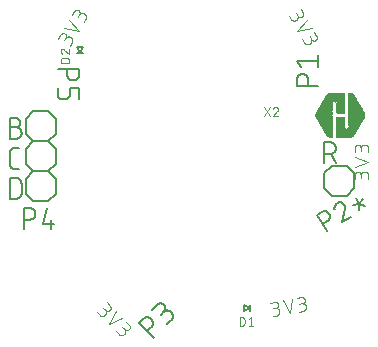
<source format=gbr>
G04 EAGLE Gerber RS-274X export*
G75*
%MOMM*%
%FSLAX34Y34*%
%LPD*%
%INSilkscreen Top*%
%IPPOS*%
%AMOC8*
5,1,8,0,0,1.08239X$1,22.5*%
G01*
%ADD10C,0.152400*%
%ADD11C,0.101600*%
%ADD12C,0.127000*%
%ADD13C,0.076200*%
%ADD14R,0.259075X0.015238*%
%ADD15R,1.310638X0.015238*%
%ADD16R,0.015238X0.015238*%
%ADD17R,0.304800X0.015238*%
%ADD18R,1.356356X0.015238*%
%ADD19R,0.335275X0.015238*%
%ADD20R,1.402075X0.015238*%
%ADD21R,0.365756X0.015238*%
%ADD22R,1.417319X0.015238*%
%ADD23R,0.381000X0.015238*%
%ADD24R,1.447800X0.015238*%
%ADD25R,0.396238X0.015238*%
%ADD26R,1.463037X0.015238*%
%ADD27R,0.411475X0.015238*%
%ADD28R,1.478275X0.015238*%
%ADD29R,0.426719X0.015238*%
%ADD30R,1.493519X0.015238*%
%ADD31R,0.441956X0.015238*%
%ADD32R,1.508756X0.015238*%
%ADD33R,0.457200X0.015238*%
%ADD34R,1.524000X0.015238*%
%ADD35R,0.472438X0.015238*%
%ADD36R,1.539238X0.015238*%
%ADD37R,0.487675X0.015238*%
%ADD38R,1.554475X0.015238*%
%ADD39R,0.502919X0.015238*%
%ADD40R,1.569719X0.015238*%
%ADD41R,0.518156X0.015238*%
%ADD42R,1.584956X0.015238*%
%ADD43R,0.533400X0.015238*%
%ADD44R,1.600200X0.015238*%
%ADD45R,0.548638X0.015238*%
%ADD46R,1.615438X0.015238*%
%ADD47R,0.563875X0.015238*%
%ADD48R,1.630675X0.015238*%
%ADD49R,0.579119X0.015238*%
%ADD50R,1.645919X0.015238*%
%ADD51R,0.594356X0.015238*%
%ADD52R,1.661156X0.015238*%
%ADD53R,0.609600X0.015238*%
%ADD54R,1.676400X0.015238*%
%ADD55R,0.624838X0.015238*%
%ADD56R,1.691638X0.015238*%
%ADD57R,0.640075X0.015238*%
%ADD58R,1.706875X0.015238*%
%ADD59R,0.655319X0.015238*%
%ADD60R,1.722119X0.015238*%
%ADD61R,0.670556X0.015238*%
%ADD62R,1.737356X0.015238*%
%ADD63R,0.685800X0.015238*%
%ADD64R,1.752600X0.015238*%
%ADD65R,0.701037X0.015238*%
%ADD66R,0.716275X0.015238*%
%ADD67R,0.731519X0.015238*%
%ADD68R,1.767838X0.015238*%
%ADD69R,1.783075X0.015238*%
%ADD70R,0.746756X0.015238*%
%ADD71R,1.798319X0.015238*%
%ADD72R,0.030481X0.015238*%
%ADD73R,0.762000X0.015238*%
%ADD74R,0.807719X0.015238*%
%ADD75R,0.868681X0.015238*%
%ADD76R,0.777238X0.015238*%
%ADD77R,0.853438X0.015238*%
%ADD78R,0.838200X0.015238*%
%ADD79R,0.792475X0.015238*%
%ADD80R,0.822963X0.015238*%
%ADD81R,0.822956X0.015238*%
%ADD82R,0.868675X0.015238*%
%ADD83R,0.883919X0.015238*%
%ADD84R,0.899156X0.015238*%
%ADD85R,0.914400X0.015238*%
%ADD86R,0.929638X0.015238*%
%ADD87R,0.944875X0.015238*%
%ADD88R,0.960119X0.015238*%
%ADD89R,0.975356X0.015238*%
%ADD90R,0.990600X0.015238*%
%ADD91R,1.005837X0.015238*%
%ADD92R,1.021075X0.015238*%
%ADD93R,1.036319X0.015238*%
%ADD94R,1.051556X0.015238*%
%ADD95R,1.066800X0.015238*%
%ADD96R,1.082037X0.015238*%
%ADD97R,1.097275X0.015238*%
%ADD98R,1.112519X0.015238*%
%ADD99R,1.127756X0.015238*%
%ADD100R,1.143000X0.015238*%
%ADD101R,1.158238X0.015238*%
%ADD102R,1.173475X0.015238*%
%ADD103R,1.188719X0.015238*%
%ADD104R,1.203956X0.015238*%
%ADD105R,1.219200X0.015238*%
%ADD106R,1.234438X0.015238*%
%ADD107R,1.249675X0.015238*%
%ADD108R,1.264919X0.015238*%
%ADD109R,1.280156X0.015238*%
%ADD110R,1.295400X0.015238*%
%ADD111R,1.325875X0.015238*%
%ADD112R,0.670563X0.015238*%
%ADD113R,1.341119X0.015238*%
%ADD114R,1.371600X0.015238*%
%ADD115R,1.386838X0.015238*%
%ADD116R,0.045719X0.015238*%
%ADD117R,0.060956X0.015238*%
%ADD118R,1.432556X0.015238*%
%ADD119R,0.106681X0.015238*%
%ADD120R,0.121919X0.015238*%
%ADD121R,0.152400X0.015238*%
%ADD122R,0.182875X0.015238*%
%ADD123R,0.030475X0.015238*%
%ADD124R,0.213363X0.015238*%
%ADD125R,0.076200X0.015238*%
%ADD126R,0.320038X0.015238*%
%ADD127R,0.243838X0.015238*%
%ADD128R,0.106675X0.015238*%
%ADD129R,0.274319X0.015238*%
%ADD130R,0.259081X0.015238*%
%ADD131R,0.198119X0.015238*%
%ADD132R,0.228600X0.015238*%


D10*
X-151638Y178915D02*
X-146699Y178915D01*
X-146559Y178913D01*
X-146420Y178907D01*
X-146280Y178897D01*
X-146141Y178883D01*
X-146002Y178866D01*
X-145864Y178844D01*
X-145727Y178818D01*
X-145590Y178789D01*
X-145454Y178756D01*
X-145320Y178719D01*
X-145186Y178678D01*
X-145054Y178633D01*
X-144922Y178584D01*
X-144793Y178532D01*
X-144665Y178477D01*
X-144538Y178417D01*
X-144413Y178354D01*
X-144290Y178288D01*
X-144169Y178218D01*
X-144050Y178145D01*
X-143933Y178068D01*
X-143819Y177988D01*
X-143706Y177905D01*
X-143596Y177819D01*
X-143489Y177729D01*
X-143384Y177637D01*
X-143282Y177542D01*
X-143182Y177444D01*
X-143085Y177343D01*
X-142991Y177239D01*
X-142901Y177133D01*
X-142813Y177024D01*
X-142728Y176913D01*
X-142647Y176799D01*
X-142568Y176684D01*
X-142493Y176566D01*
X-142422Y176446D01*
X-142354Y176323D01*
X-142289Y176200D01*
X-142228Y176074D01*
X-142170Y175946D01*
X-142116Y175818D01*
X-142066Y175687D01*
X-142019Y175555D01*
X-141976Y175422D01*
X-141937Y175288D01*
X-141902Y175153D01*
X-141871Y175017D01*
X-141843Y174879D01*
X-141820Y174742D01*
X-141800Y174603D01*
X-141784Y174464D01*
X-141772Y174325D01*
X-141764Y174186D01*
X-141760Y174046D01*
X-141760Y173906D01*
X-141764Y173766D01*
X-141772Y173627D01*
X-141784Y173488D01*
X-141800Y173349D01*
X-141820Y173210D01*
X-141843Y173073D01*
X-141871Y172935D01*
X-141902Y172799D01*
X-141937Y172664D01*
X-141976Y172530D01*
X-142019Y172397D01*
X-142066Y172265D01*
X-142116Y172134D01*
X-142170Y172006D01*
X-142228Y171878D01*
X-142289Y171752D01*
X-142354Y171629D01*
X-142422Y171507D01*
X-142493Y171386D01*
X-142568Y171268D01*
X-142647Y171153D01*
X-142728Y171039D01*
X-142813Y170928D01*
X-142901Y170819D01*
X-142991Y170713D01*
X-143085Y170609D01*
X-143182Y170508D01*
X-143282Y170410D01*
X-143384Y170315D01*
X-143489Y170223D01*
X-143596Y170133D01*
X-143706Y170047D01*
X-143819Y169964D01*
X-143933Y169884D01*
X-144050Y169807D01*
X-144169Y169734D01*
X-144290Y169664D01*
X-144413Y169598D01*
X-144538Y169535D01*
X-144665Y169475D01*
X-144793Y169420D01*
X-144922Y169368D01*
X-145054Y169319D01*
X-145186Y169274D01*
X-145320Y169233D01*
X-145454Y169196D01*
X-145590Y169163D01*
X-145727Y169134D01*
X-145864Y169108D01*
X-146002Y169086D01*
X-146141Y169069D01*
X-146280Y169055D01*
X-146420Y169045D01*
X-146559Y169039D01*
X-146699Y169037D01*
X-151638Y169037D01*
X-151638Y186817D01*
X-146699Y186817D01*
X-146575Y186815D01*
X-146451Y186809D01*
X-146327Y186799D01*
X-146204Y186786D01*
X-146081Y186768D01*
X-145959Y186747D01*
X-145837Y186722D01*
X-145716Y186693D01*
X-145597Y186660D01*
X-145478Y186624D01*
X-145361Y186583D01*
X-145245Y186540D01*
X-145130Y186492D01*
X-145017Y186441D01*
X-144905Y186386D01*
X-144796Y186328D01*
X-144688Y186267D01*
X-144582Y186202D01*
X-144478Y186134D01*
X-144377Y186062D01*
X-144277Y185988D01*
X-144181Y185910D01*
X-144086Y185830D01*
X-143994Y185746D01*
X-143905Y185660D01*
X-143819Y185571D01*
X-143735Y185479D01*
X-143655Y185384D01*
X-143577Y185288D01*
X-143503Y185188D01*
X-143431Y185087D01*
X-143363Y184983D01*
X-143298Y184877D01*
X-143237Y184769D01*
X-143179Y184660D01*
X-143124Y184548D01*
X-143073Y184435D01*
X-143025Y184320D01*
X-142982Y184204D01*
X-142941Y184087D01*
X-142905Y183968D01*
X-142872Y183849D01*
X-142843Y183728D01*
X-142818Y183606D01*
X-142797Y183484D01*
X-142779Y183361D01*
X-142766Y183238D01*
X-142756Y183114D01*
X-142750Y182990D01*
X-142748Y182866D01*
X-142750Y182742D01*
X-142756Y182618D01*
X-142766Y182494D01*
X-142779Y182371D01*
X-142797Y182248D01*
X-142818Y182126D01*
X-142843Y182004D01*
X-142872Y181883D01*
X-142905Y181764D01*
X-142941Y181645D01*
X-142982Y181528D01*
X-143025Y181412D01*
X-143073Y181297D01*
X-143124Y181184D01*
X-143179Y181072D01*
X-143237Y180963D01*
X-143298Y180855D01*
X-143363Y180749D01*
X-143431Y180645D01*
X-143503Y180544D01*
X-143577Y180444D01*
X-143655Y180348D01*
X-143735Y180253D01*
X-143819Y180161D01*
X-143905Y180072D01*
X-143994Y179986D01*
X-144086Y179902D01*
X-144181Y179822D01*
X-144277Y179744D01*
X-144377Y179670D01*
X-144478Y179598D01*
X-144582Y179530D01*
X-144688Y179465D01*
X-144796Y179404D01*
X-144905Y179346D01*
X-145017Y179291D01*
X-145130Y179240D01*
X-145245Y179192D01*
X-145361Y179149D01*
X-145478Y179108D01*
X-145597Y179072D01*
X-145716Y179039D01*
X-145837Y179010D01*
X-145959Y178985D01*
X-146081Y178964D01*
X-146204Y178946D01*
X-146327Y178933D01*
X-146451Y178923D01*
X-146575Y178917D01*
X-146699Y178915D01*
X114392Y166180D02*
X114392Y148400D01*
X114392Y166180D02*
X119331Y166180D01*
X119471Y166178D01*
X119610Y166172D01*
X119750Y166162D01*
X119889Y166148D01*
X120028Y166131D01*
X120166Y166109D01*
X120303Y166083D01*
X120440Y166054D01*
X120576Y166021D01*
X120710Y165984D01*
X120844Y165943D01*
X120976Y165898D01*
X121108Y165849D01*
X121237Y165797D01*
X121365Y165742D01*
X121492Y165682D01*
X121617Y165619D01*
X121740Y165553D01*
X121861Y165483D01*
X121980Y165410D01*
X122097Y165333D01*
X122211Y165253D01*
X122324Y165170D01*
X122434Y165084D01*
X122541Y164994D01*
X122646Y164902D01*
X122748Y164807D01*
X122848Y164709D01*
X122945Y164608D01*
X123039Y164504D01*
X123129Y164398D01*
X123217Y164289D01*
X123302Y164178D01*
X123383Y164064D01*
X123462Y163949D01*
X123537Y163831D01*
X123608Y163711D01*
X123676Y163588D01*
X123741Y163465D01*
X123802Y163339D01*
X123860Y163211D01*
X123914Y163083D01*
X123964Y162952D01*
X124011Y162820D01*
X124054Y162687D01*
X124093Y162553D01*
X124128Y162418D01*
X124159Y162282D01*
X124187Y162144D01*
X124210Y162007D01*
X124230Y161868D01*
X124246Y161729D01*
X124258Y161590D01*
X124266Y161451D01*
X124270Y161311D01*
X124270Y161171D01*
X124266Y161031D01*
X124258Y160892D01*
X124246Y160753D01*
X124230Y160614D01*
X124210Y160475D01*
X124187Y160338D01*
X124159Y160200D01*
X124128Y160064D01*
X124093Y159929D01*
X124054Y159795D01*
X124011Y159662D01*
X123964Y159530D01*
X123914Y159399D01*
X123860Y159271D01*
X123802Y159143D01*
X123741Y159017D01*
X123676Y158894D01*
X123608Y158772D01*
X123537Y158651D01*
X123462Y158533D01*
X123383Y158418D01*
X123302Y158304D01*
X123217Y158193D01*
X123129Y158084D01*
X123039Y157978D01*
X122945Y157874D01*
X122848Y157773D01*
X122748Y157675D01*
X122646Y157580D01*
X122541Y157488D01*
X122434Y157398D01*
X122324Y157312D01*
X122211Y157229D01*
X122097Y157149D01*
X121980Y157072D01*
X121861Y156999D01*
X121740Y156929D01*
X121617Y156863D01*
X121492Y156800D01*
X121365Y156740D01*
X121237Y156685D01*
X121108Y156633D01*
X120976Y156584D01*
X120844Y156539D01*
X120710Y156498D01*
X120576Y156461D01*
X120440Y156428D01*
X120303Y156399D01*
X120166Y156373D01*
X120028Y156351D01*
X119889Y156334D01*
X119750Y156320D01*
X119610Y156310D01*
X119471Y156304D01*
X119331Y156302D01*
X114392Y156302D01*
X120318Y156302D02*
X124270Y148400D01*
X-151638Y136017D02*
X-151638Y118237D01*
X-151638Y136017D02*
X-146699Y136017D01*
X-146560Y136015D01*
X-146422Y136009D01*
X-146284Y136000D01*
X-146146Y135986D01*
X-146009Y135969D01*
X-145872Y135947D01*
X-145735Y135922D01*
X-145600Y135893D01*
X-145465Y135860D01*
X-145332Y135824D01*
X-145199Y135784D01*
X-145068Y135740D01*
X-144938Y135692D01*
X-144809Y135641D01*
X-144682Y135586D01*
X-144556Y135528D01*
X-144432Y135466D01*
X-144310Y135401D01*
X-144190Y135332D01*
X-144071Y135260D01*
X-143955Y135185D01*
X-143841Y135106D01*
X-143729Y135024D01*
X-143620Y134939D01*
X-143512Y134852D01*
X-143408Y134761D01*
X-143306Y134667D01*
X-143207Y134570D01*
X-143110Y134471D01*
X-143016Y134369D01*
X-142925Y134265D01*
X-142838Y134157D01*
X-142753Y134048D01*
X-142671Y133936D01*
X-142592Y133822D01*
X-142517Y133706D01*
X-142445Y133587D01*
X-142376Y133467D01*
X-142311Y133345D01*
X-142249Y133221D01*
X-142191Y133095D01*
X-142136Y132968D01*
X-142085Y132839D01*
X-142037Y132709D01*
X-141993Y132578D01*
X-141953Y132445D01*
X-141917Y132312D01*
X-141884Y132177D01*
X-141855Y132042D01*
X-141830Y131905D01*
X-141808Y131768D01*
X-141791Y131631D01*
X-141777Y131493D01*
X-141768Y131355D01*
X-141762Y131217D01*
X-141760Y131078D01*
X-141760Y123176D01*
X-141762Y123037D01*
X-141768Y122899D01*
X-141777Y122761D01*
X-141791Y122623D01*
X-141808Y122486D01*
X-141830Y122349D01*
X-141855Y122212D01*
X-141884Y122077D01*
X-141917Y121942D01*
X-141953Y121809D01*
X-141993Y121676D01*
X-142037Y121545D01*
X-142085Y121415D01*
X-142136Y121286D01*
X-142191Y121159D01*
X-142249Y121033D01*
X-142311Y120909D01*
X-142376Y120787D01*
X-142445Y120667D01*
X-142517Y120548D01*
X-142592Y120432D01*
X-142671Y120318D01*
X-142753Y120206D01*
X-142838Y120097D01*
X-142925Y119989D01*
X-143016Y119885D01*
X-143110Y119783D01*
X-143207Y119684D01*
X-143306Y119587D01*
X-143408Y119493D01*
X-143512Y119402D01*
X-143620Y119315D01*
X-143729Y119230D01*
X-143841Y119148D01*
X-143955Y119069D01*
X-144071Y118994D01*
X-144190Y118922D01*
X-144310Y118853D01*
X-144432Y118788D01*
X-144556Y118726D01*
X-144682Y118668D01*
X-144809Y118613D01*
X-144938Y118562D01*
X-145068Y118514D01*
X-145199Y118470D01*
X-145332Y118430D01*
X-145465Y118394D01*
X-145600Y118361D01*
X-145735Y118332D01*
X-145872Y118307D01*
X-146009Y118285D01*
X-146146Y118268D01*
X-146284Y118254D01*
X-146422Y118245D01*
X-146560Y118239D01*
X-146699Y118237D01*
X-151638Y118237D01*
X-147687Y143637D02*
X-143736Y143637D01*
X-147687Y143637D02*
X-147811Y143639D01*
X-147935Y143645D01*
X-148059Y143655D01*
X-148182Y143668D01*
X-148305Y143686D01*
X-148427Y143707D01*
X-148549Y143732D01*
X-148670Y143761D01*
X-148789Y143794D01*
X-148908Y143830D01*
X-149025Y143871D01*
X-149141Y143914D01*
X-149256Y143962D01*
X-149369Y144013D01*
X-149481Y144068D01*
X-149590Y144126D01*
X-149698Y144187D01*
X-149804Y144252D01*
X-149908Y144320D01*
X-150009Y144392D01*
X-150109Y144466D01*
X-150205Y144544D01*
X-150300Y144624D01*
X-150392Y144708D01*
X-150481Y144794D01*
X-150567Y144883D01*
X-150651Y144975D01*
X-150731Y145070D01*
X-150809Y145166D01*
X-150883Y145266D01*
X-150955Y145367D01*
X-151023Y145471D01*
X-151088Y145577D01*
X-151149Y145685D01*
X-151207Y145794D01*
X-151262Y145906D01*
X-151313Y146019D01*
X-151361Y146134D01*
X-151404Y146250D01*
X-151445Y146367D01*
X-151481Y146486D01*
X-151514Y146605D01*
X-151543Y146726D01*
X-151568Y146848D01*
X-151589Y146970D01*
X-151607Y147093D01*
X-151620Y147216D01*
X-151630Y147340D01*
X-151636Y147464D01*
X-151638Y147588D01*
X-151638Y157466D01*
X-151636Y157590D01*
X-151630Y157714D01*
X-151620Y157838D01*
X-151607Y157961D01*
X-151589Y158084D01*
X-151568Y158206D01*
X-151543Y158328D01*
X-151514Y158449D01*
X-151481Y158568D01*
X-151445Y158687D01*
X-151404Y158804D01*
X-151361Y158920D01*
X-151313Y159035D01*
X-151262Y159148D01*
X-151207Y159260D01*
X-151149Y159369D01*
X-151088Y159477D01*
X-151023Y159583D01*
X-150955Y159687D01*
X-150883Y159788D01*
X-150809Y159888D01*
X-150731Y159984D01*
X-150651Y160079D01*
X-150567Y160171D01*
X-150481Y160260D01*
X-150392Y160346D01*
X-150300Y160430D01*
X-150205Y160510D01*
X-150109Y160588D01*
X-150009Y160662D01*
X-149908Y160734D01*
X-149804Y160802D01*
X-149698Y160867D01*
X-149590Y160928D01*
X-149481Y160986D01*
X-149369Y161041D01*
X-149256Y161092D01*
X-149142Y161140D01*
X-149025Y161183D01*
X-148908Y161224D01*
X-148789Y161260D01*
X-148670Y161293D01*
X-148549Y161322D01*
X-148427Y161347D01*
X-148305Y161368D01*
X-148182Y161386D01*
X-148059Y161399D01*
X-147935Y161409D01*
X-147811Y161415D01*
X-147687Y161417D01*
X-143736Y161417D01*
D11*
X84440Y273313D02*
X86063Y270503D01*
X86063Y270502D02*
X86121Y270405D01*
X86183Y270310D01*
X86248Y270217D01*
X86316Y270127D01*
X86387Y270039D01*
X86462Y269953D01*
X86539Y269870D01*
X86619Y269790D01*
X86702Y269713D01*
X86788Y269638D01*
X86876Y269567D01*
X86966Y269499D01*
X87059Y269434D01*
X87154Y269372D01*
X87251Y269314D01*
X87350Y269259D01*
X87451Y269208D01*
X87554Y269160D01*
X87658Y269115D01*
X87764Y269075D01*
X87871Y269038D01*
X87979Y269005D01*
X88089Y268975D01*
X88199Y268950D01*
X88310Y268928D01*
X88422Y268911D01*
X88535Y268897D01*
X88648Y268887D01*
X88761Y268881D01*
X88874Y268879D01*
X88987Y268881D01*
X89100Y268887D01*
X89213Y268897D01*
X89326Y268911D01*
X89438Y268928D01*
X89549Y268950D01*
X89659Y268975D01*
X89769Y269005D01*
X89877Y269038D01*
X89984Y269075D01*
X90090Y269115D01*
X90194Y269160D01*
X90297Y269208D01*
X90398Y269259D01*
X90497Y269314D01*
X90594Y269372D01*
X90689Y269434D01*
X90782Y269499D01*
X90872Y269567D01*
X90960Y269638D01*
X91046Y269713D01*
X91129Y269790D01*
X91209Y269870D01*
X91286Y269953D01*
X91361Y270039D01*
X91432Y270127D01*
X91500Y270217D01*
X91565Y270310D01*
X91627Y270405D01*
X91685Y270502D01*
X91740Y270601D01*
X91791Y270702D01*
X91839Y270805D01*
X91884Y270909D01*
X91924Y271015D01*
X91961Y271122D01*
X91994Y271230D01*
X92024Y271340D01*
X92049Y271450D01*
X92071Y271561D01*
X92088Y271673D01*
X92102Y271786D01*
X92112Y271899D01*
X92118Y272012D01*
X92120Y272125D01*
X92118Y272238D01*
X92112Y272351D01*
X92102Y272464D01*
X92088Y272577D01*
X92071Y272689D01*
X92049Y272800D01*
X92024Y272910D01*
X91994Y273020D01*
X91961Y273128D01*
X91924Y273235D01*
X91884Y273341D01*
X91839Y273445D01*
X91791Y273548D01*
X91740Y273649D01*
X91685Y273748D01*
X96506Y275782D02*
X94559Y279155D01*
X96507Y275783D02*
X96556Y275694D01*
X96601Y275604D01*
X96643Y275513D01*
X96681Y275419D01*
X96715Y275325D01*
X96746Y275229D01*
X96773Y275132D01*
X96796Y275034D01*
X96816Y274935D01*
X96831Y274835D01*
X96843Y274735D01*
X96851Y274635D01*
X96855Y274534D01*
X96855Y274434D01*
X96851Y274333D01*
X96843Y274233D01*
X96831Y274133D01*
X96816Y274033D01*
X96796Y273934D01*
X96773Y273836D01*
X96746Y273739D01*
X96715Y273643D01*
X96681Y273549D01*
X96643Y273455D01*
X96601Y273364D01*
X96556Y273274D01*
X96507Y273186D01*
X96455Y273099D01*
X96400Y273015D01*
X96341Y272933D01*
X96279Y272854D01*
X96215Y272776D01*
X96147Y272702D01*
X96076Y272630D01*
X96003Y272561D01*
X95927Y272495D01*
X95849Y272431D01*
X95768Y272371D01*
X95685Y272314D01*
X95600Y272261D01*
X95513Y272210D01*
X95424Y272163D01*
X95333Y272120D01*
X95240Y272080D01*
X95146Y272044D01*
X95051Y272011D01*
X94954Y271982D01*
X94857Y271957D01*
X94758Y271936D01*
X94659Y271918D01*
X94559Y271905D01*
X94459Y271895D01*
X94359Y271889D01*
X94258Y271887D01*
X94157Y271889D01*
X94057Y271895D01*
X93957Y271905D01*
X93857Y271918D01*
X93758Y271936D01*
X93659Y271957D01*
X93562Y271982D01*
X93465Y272011D01*
X93370Y272044D01*
X93276Y272080D01*
X93183Y272120D01*
X93092Y272163D01*
X93003Y272210D01*
X92916Y272261D01*
X92831Y272314D01*
X92748Y272371D01*
X92667Y272431D01*
X92589Y272495D01*
X92513Y272561D01*
X92440Y272630D01*
X92369Y272702D01*
X92301Y272776D01*
X92237Y272854D01*
X92175Y272933D01*
X92116Y273015D01*
X92061Y273099D01*
X92009Y273186D01*
X90711Y275435D01*
X99949Y269819D02*
X91778Y260604D01*
X103844Y263073D01*
X95870Y253516D02*
X97493Y250705D01*
X97551Y250608D01*
X97613Y250513D01*
X97678Y250420D01*
X97746Y250330D01*
X97817Y250242D01*
X97892Y250156D01*
X97969Y250073D01*
X98049Y249993D01*
X98132Y249916D01*
X98218Y249841D01*
X98306Y249770D01*
X98396Y249702D01*
X98489Y249637D01*
X98584Y249575D01*
X98681Y249517D01*
X98780Y249462D01*
X98881Y249411D01*
X98984Y249363D01*
X99088Y249318D01*
X99194Y249278D01*
X99301Y249241D01*
X99409Y249208D01*
X99519Y249178D01*
X99629Y249153D01*
X99740Y249131D01*
X99852Y249114D01*
X99965Y249100D01*
X100078Y249090D01*
X100191Y249084D01*
X100304Y249082D01*
X100417Y249084D01*
X100530Y249090D01*
X100643Y249100D01*
X100756Y249114D01*
X100868Y249131D01*
X100979Y249153D01*
X101089Y249178D01*
X101199Y249208D01*
X101307Y249241D01*
X101414Y249278D01*
X101520Y249318D01*
X101624Y249363D01*
X101727Y249411D01*
X101828Y249462D01*
X101927Y249517D01*
X102024Y249575D01*
X102119Y249637D01*
X102212Y249702D01*
X102302Y249770D01*
X102390Y249841D01*
X102476Y249916D01*
X102559Y249993D01*
X102639Y250073D01*
X102716Y250156D01*
X102791Y250242D01*
X102862Y250330D01*
X102930Y250420D01*
X102995Y250513D01*
X103057Y250608D01*
X103115Y250705D01*
X103170Y250804D01*
X103221Y250905D01*
X103269Y251008D01*
X103314Y251112D01*
X103354Y251218D01*
X103391Y251325D01*
X103424Y251433D01*
X103454Y251543D01*
X103479Y251653D01*
X103501Y251764D01*
X103518Y251876D01*
X103532Y251989D01*
X103542Y252102D01*
X103548Y252215D01*
X103550Y252328D01*
X103548Y252441D01*
X103542Y252554D01*
X103532Y252667D01*
X103518Y252780D01*
X103501Y252892D01*
X103479Y253003D01*
X103454Y253113D01*
X103424Y253223D01*
X103391Y253331D01*
X103354Y253438D01*
X103314Y253544D01*
X103269Y253648D01*
X103221Y253751D01*
X103170Y253852D01*
X103115Y253951D01*
X107936Y255985D02*
X105989Y259358D01*
X107937Y255986D02*
X107986Y255897D01*
X108031Y255807D01*
X108073Y255716D01*
X108111Y255622D01*
X108145Y255528D01*
X108176Y255432D01*
X108203Y255335D01*
X108226Y255237D01*
X108246Y255138D01*
X108261Y255038D01*
X108273Y254938D01*
X108281Y254838D01*
X108285Y254737D01*
X108285Y254637D01*
X108281Y254536D01*
X108273Y254436D01*
X108261Y254336D01*
X108246Y254236D01*
X108226Y254137D01*
X108203Y254039D01*
X108176Y253942D01*
X108145Y253846D01*
X108111Y253752D01*
X108073Y253658D01*
X108031Y253567D01*
X107986Y253477D01*
X107937Y253389D01*
X107885Y253302D01*
X107830Y253218D01*
X107771Y253136D01*
X107709Y253057D01*
X107645Y252979D01*
X107577Y252905D01*
X107506Y252833D01*
X107433Y252764D01*
X107357Y252698D01*
X107279Y252634D01*
X107198Y252574D01*
X107115Y252517D01*
X107030Y252464D01*
X106943Y252413D01*
X106854Y252366D01*
X106763Y252323D01*
X106670Y252283D01*
X106576Y252247D01*
X106481Y252214D01*
X106384Y252185D01*
X106287Y252160D01*
X106188Y252139D01*
X106089Y252121D01*
X105989Y252108D01*
X105889Y252098D01*
X105789Y252092D01*
X105688Y252090D01*
X105587Y252092D01*
X105487Y252098D01*
X105387Y252108D01*
X105287Y252121D01*
X105188Y252139D01*
X105089Y252160D01*
X104992Y252185D01*
X104895Y252214D01*
X104800Y252247D01*
X104706Y252283D01*
X104613Y252323D01*
X104522Y252366D01*
X104433Y252413D01*
X104346Y252464D01*
X104261Y252517D01*
X104178Y252574D01*
X104097Y252634D01*
X104019Y252698D01*
X103943Y252764D01*
X103870Y252833D01*
X103799Y252905D01*
X103731Y252979D01*
X103667Y253057D01*
X103605Y253136D01*
X103546Y253218D01*
X103491Y253302D01*
X103439Y253389D01*
X102141Y255637D01*
X151892Y137795D02*
X151892Y134549D01*
X151892Y137795D02*
X151890Y137908D01*
X151884Y138021D01*
X151874Y138134D01*
X151860Y138247D01*
X151843Y138359D01*
X151821Y138470D01*
X151796Y138580D01*
X151766Y138690D01*
X151733Y138798D01*
X151696Y138905D01*
X151656Y139011D01*
X151611Y139115D01*
X151563Y139218D01*
X151512Y139319D01*
X151457Y139418D01*
X151399Y139515D01*
X151337Y139610D01*
X151272Y139703D01*
X151204Y139793D01*
X151133Y139881D01*
X151058Y139967D01*
X150981Y140050D01*
X150901Y140130D01*
X150818Y140207D01*
X150732Y140282D01*
X150644Y140353D01*
X150554Y140421D01*
X150461Y140486D01*
X150366Y140548D01*
X150269Y140606D01*
X150170Y140661D01*
X150069Y140712D01*
X149966Y140760D01*
X149862Y140805D01*
X149756Y140845D01*
X149649Y140882D01*
X149541Y140915D01*
X149431Y140945D01*
X149321Y140970D01*
X149210Y140992D01*
X149098Y141009D01*
X148985Y141023D01*
X148872Y141033D01*
X148759Y141039D01*
X148646Y141041D01*
X148533Y141039D01*
X148420Y141033D01*
X148307Y141023D01*
X148194Y141009D01*
X148082Y140992D01*
X147971Y140970D01*
X147861Y140945D01*
X147751Y140915D01*
X147643Y140882D01*
X147536Y140845D01*
X147430Y140805D01*
X147326Y140760D01*
X147223Y140712D01*
X147122Y140661D01*
X147023Y140606D01*
X146926Y140548D01*
X146831Y140486D01*
X146738Y140421D01*
X146648Y140353D01*
X146560Y140282D01*
X146474Y140207D01*
X146391Y140130D01*
X146311Y140050D01*
X146234Y139967D01*
X146159Y139881D01*
X146088Y139793D01*
X146020Y139703D01*
X145955Y139610D01*
X145893Y139515D01*
X145835Y139418D01*
X145780Y139319D01*
X145729Y139218D01*
X145681Y139115D01*
X145636Y139011D01*
X145596Y138905D01*
X145559Y138798D01*
X145526Y138690D01*
X145496Y138580D01*
X145471Y138470D01*
X145449Y138359D01*
X145432Y138247D01*
X145418Y138134D01*
X145408Y138021D01*
X145402Y137908D01*
X145400Y137795D01*
X140208Y138444D02*
X140208Y134549D01*
X140208Y138444D02*
X140210Y138545D01*
X140216Y138645D01*
X140226Y138745D01*
X140239Y138845D01*
X140257Y138944D01*
X140278Y139043D01*
X140303Y139140D01*
X140332Y139237D01*
X140365Y139332D01*
X140401Y139426D01*
X140441Y139518D01*
X140484Y139609D01*
X140531Y139698D01*
X140581Y139785D01*
X140635Y139871D01*
X140692Y139954D01*
X140752Y140034D01*
X140815Y140113D01*
X140882Y140189D01*
X140951Y140262D01*
X141023Y140332D01*
X141097Y140400D01*
X141174Y140465D01*
X141254Y140526D01*
X141336Y140585D01*
X141420Y140640D01*
X141506Y140692D01*
X141594Y140741D01*
X141684Y140786D01*
X141776Y140828D01*
X141869Y140866D01*
X141964Y140900D01*
X142059Y140931D01*
X142156Y140958D01*
X142254Y140981D01*
X142353Y141001D01*
X142453Y141016D01*
X142553Y141028D01*
X142653Y141036D01*
X142754Y141040D01*
X142854Y141040D01*
X142955Y141036D01*
X143055Y141028D01*
X143155Y141016D01*
X143255Y141001D01*
X143354Y140981D01*
X143452Y140958D01*
X143549Y140931D01*
X143644Y140900D01*
X143739Y140866D01*
X143832Y140828D01*
X143924Y140786D01*
X144014Y140741D01*
X144102Y140692D01*
X144188Y140640D01*
X144272Y140585D01*
X144354Y140526D01*
X144434Y140465D01*
X144511Y140400D01*
X144585Y140332D01*
X144657Y140262D01*
X144726Y140189D01*
X144793Y140113D01*
X144856Y140034D01*
X144916Y139954D01*
X144973Y139871D01*
X145027Y139785D01*
X145077Y139698D01*
X145124Y139609D01*
X145167Y139518D01*
X145207Y139426D01*
X145243Y139332D01*
X145276Y139237D01*
X145305Y139140D01*
X145330Y139043D01*
X145351Y138944D01*
X145369Y138845D01*
X145382Y138745D01*
X145392Y138645D01*
X145398Y138545D01*
X145400Y138444D01*
X145401Y138444D02*
X145401Y135848D01*
X140208Y145330D02*
X151892Y149225D01*
X140208Y153120D01*
X151892Y157409D02*
X151892Y160655D01*
X151890Y160768D01*
X151884Y160881D01*
X151874Y160994D01*
X151860Y161107D01*
X151843Y161219D01*
X151821Y161330D01*
X151796Y161440D01*
X151766Y161550D01*
X151733Y161658D01*
X151696Y161765D01*
X151656Y161871D01*
X151611Y161975D01*
X151563Y162078D01*
X151512Y162179D01*
X151457Y162278D01*
X151399Y162375D01*
X151337Y162470D01*
X151272Y162563D01*
X151204Y162653D01*
X151133Y162741D01*
X151058Y162827D01*
X150981Y162910D01*
X150901Y162990D01*
X150818Y163067D01*
X150732Y163142D01*
X150644Y163213D01*
X150554Y163281D01*
X150461Y163346D01*
X150366Y163408D01*
X150269Y163466D01*
X150170Y163521D01*
X150069Y163572D01*
X149966Y163620D01*
X149862Y163665D01*
X149756Y163705D01*
X149649Y163742D01*
X149541Y163775D01*
X149431Y163805D01*
X149321Y163830D01*
X149210Y163852D01*
X149098Y163869D01*
X148985Y163883D01*
X148872Y163893D01*
X148759Y163899D01*
X148646Y163901D01*
X148533Y163899D01*
X148420Y163893D01*
X148307Y163883D01*
X148194Y163869D01*
X148082Y163852D01*
X147971Y163830D01*
X147861Y163805D01*
X147751Y163775D01*
X147643Y163742D01*
X147536Y163705D01*
X147430Y163665D01*
X147326Y163620D01*
X147223Y163572D01*
X147122Y163521D01*
X147023Y163466D01*
X146926Y163408D01*
X146831Y163346D01*
X146738Y163281D01*
X146648Y163213D01*
X146560Y163142D01*
X146474Y163067D01*
X146391Y162990D01*
X146311Y162910D01*
X146234Y162827D01*
X146159Y162741D01*
X146088Y162653D01*
X146020Y162563D01*
X145955Y162470D01*
X145893Y162375D01*
X145835Y162278D01*
X145780Y162179D01*
X145729Y162078D01*
X145681Y161975D01*
X145636Y161871D01*
X145596Y161765D01*
X145559Y161658D01*
X145526Y161550D01*
X145496Y161440D01*
X145471Y161330D01*
X145449Y161219D01*
X145432Y161107D01*
X145418Y160994D01*
X145408Y160881D01*
X145402Y160768D01*
X145400Y160655D01*
X140208Y161304D02*
X140208Y157409D01*
X140208Y161304D02*
X140210Y161405D01*
X140216Y161505D01*
X140226Y161605D01*
X140239Y161705D01*
X140257Y161804D01*
X140278Y161903D01*
X140303Y162000D01*
X140332Y162097D01*
X140365Y162192D01*
X140401Y162286D01*
X140441Y162378D01*
X140484Y162469D01*
X140531Y162558D01*
X140581Y162645D01*
X140635Y162731D01*
X140692Y162814D01*
X140752Y162894D01*
X140815Y162973D01*
X140882Y163049D01*
X140951Y163122D01*
X141023Y163192D01*
X141097Y163260D01*
X141174Y163325D01*
X141254Y163386D01*
X141336Y163445D01*
X141420Y163500D01*
X141506Y163552D01*
X141594Y163601D01*
X141684Y163646D01*
X141776Y163688D01*
X141869Y163726D01*
X141964Y163760D01*
X142059Y163791D01*
X142156Y163818D01*
X142254Y163841D01*
X142353Y163861D01*
X142453Y163876D01*
X142553Y163888D01*
X142653Y163896D01*
X142754Y163900D01*
X142854Y163900D01*
X142955Y163896D01*
X143055Y163888D01*
X143155Y163876D01*
X143255Y163861D01*
X143354Y163841D01*
X143452Y163818D01*
X143549Y163791D01*
X143644Y163760D01*
X143739Y163726D01*
X143832Y163688D01*
X143924Y163646D01*
X144014Y163601D01*
X144102Y163552D01*
X144188Y163500D01*
X144272Y163445D01*
X144354Y163386D01*
X144434Y163325D01*
X144511Y163260D01*
X144585Y163192D01*
X144657Y163122D01*
X144726Y163049D01*
X144793Y162973D01*
X144856Y162894D01*
X144916Y162814D01*
X144973Y162731D01*
X145027Y162645D01*
X145077Y162558D01*
X145124Y162469D01*
X145167Y162378D01*
X145207Y162286D01*
X145243Y162192D01*
X145276Y162097D01*
X145305Y162000D01*
X145330Y161903D01*
X145351Y161804D01*
X145369Y161705D01*
X145382Y161605D01*
X145392Y161505D01*
X145398Y161405D01*
X145400Y161304D01*
X145401Y161304D02*
X145401Y158708D01*
X73896Y19249D02*
X70699Y18686D01*
X73896Y19249D02*
X74007Y19271D01*
X74117Y19296D01*
X74227Y19326D01*
X74335Y19359D01*
X74442Y19396D01*
X74548Y19436D01*
X74652Y19481D01*
X74755Y19529D01*
X74856Y19580D01*
X74955Y19635D01*
X75052Y19693D01*
X75147Y19755D01*
X75240Y19820D01*
X75330Y19888D01*
X75418Y19959D01*
X75504Y20034D01*
X75587Y20111D01*
X75667Y20191D01*
X75744Y20274D01*
X75819Y20360D01*
X75890Y20448D01*
X75958Y20538D01*
X76023Y20631D01*
X76085Y20726D01*
X76143Y20823D01*
X76198Y20922D01*
X76249Y21023D01*
X76297Y21126D01*
X76342Y21230D01*
X76382Y21336D01*
X76419Y21443D01*
X76452Y21551D01*
X76482Y21661D01*
X76507Y21771D01*
X76529Y21882D01*
X76546Y21994D01*
X76560Y22107D01*
X76570Y22220D01*
X76576Y22333D01*
X76578Y22446D01*
X76576Y22559D01*
X76570Y22672D01*
X76560Y22785D01*
X76546Y22898D01*
X76529Y23010D01*
X76507Y23121D01*
X76482Y23231D01*
X76452Y23341D01*
X76419Y23449D01*
X76382Y23556D01*
X76342Y23662D01*
X76297Y23766D01*
X76249Y23869D01*
X76198Y23970D01*
X76143Y24069D01*
X76085Y24166D01*
X76023Y24261D01*
X75958Y24354D01*
X75890Y24444D01*
X75819Y24533D01*
X75744Y24618D01*
X75667Y24701D01*
X75587Y24781D01*
X75504Y24858D01*
X75418Y24933D01*
X75330Y25004D01*
X75240Y25072D01*
X75147Y25137D01*
X75052Y25199D01*
X74955Y25257D01*
X74856Y25312D01*
X74755Y25363D01*
X74652Y25411D01*
X74548Y25456D01*
X74442Y25496D01*
X74335Y25533D01*
X74227Y25566D01*
X74117Y25596D01*
X74007Y25621D01*
X73896Y25643D01*
X73784Y25660D01*
X73671Y25674D01*
X73558Y25684D01*
X73445Y25690D01*
X73332Y25692D01*
X73219Y25690D01*
X73106Y25684D01*
X72993Y25674D01*
X72880Y25660D01*
X72768Y25643D01*
X72506Y30869D02*
X68670Y30192D01*
X72506Y30869D02*
X72606Y30884D01*
X72706Y30896D01*
X72806Y30904D01*
X72907Y30908D01*
X73007Y30908D01*
X73108Y30904D01*
X73208Y30896D01*
X73308Y30884D01*
X73408Y30869D01*
X73507Y30849D01*
X73605Y30826D01*
X73702Y30799D01*
X73797Y30768D01*
X73892Y30734D01*
X73985Y30696D01*
X74077Y30654D01*
X74167Y30609D01*
X74255Y30560D01*
X74341Y30508D01*
X74425Y30453D01*
X74507Y30394D01*
X74587Y30333D01*
X74664Y30268D01*
X74738Y30200D01*
X74810Y30130D01*
X74879Y30057D01*
X74946Y29981D01*
X75009Y29902D01*
X75069Y29822D01*
X75126Y29739D01*
X75180Y29653D01*
X75230Y29566D01*
X75277Y29477D01*
X75320Y29386D01*
X75360Y29294D01*
X75396Y29200D01*
X75429Y29105D01*
X75458Y29008D01*
X75483Y28911D01*
X75504Y28812D01*
X75522Y28713D01*
X75535Y28613D01*
X75545Y28513D01*
X75551Y28413D01*
X75553Y28312D01*
X75551Y28211D01*
X75545Y28111D01*
X75535Y28011D01*
X75522Y27911D01*
X75504Y27812D01*
X75483Y27713D01*
X75458Y27616D01*
X75429Y27519D01*
X75396Y27424D01*
X75360Y27330D01*
X75320Y27238D01*
X75277Y27147D01*
X75230Y27058D01*
X75180Y26971D01*
X75126Y26885D01*
X75069Y26802D01*
X75009Y26722D01*
X74946Y26643D01*
X74879Y26567D01*
X74810Y26494D01*
X74738Y26424D01*
X74664Y26356D01*
X74587Y26291D01*
X74507Y26230D01*
X74425Y26171D01*
X74341Y26116D01*
X74255Y26064D01*
X74167Y26015D01*
X74077Y25970D01*
X73985Y25928D01*
X73892Y25890D01*
X73797Y25856D01*
X73702Y25825D01*
X73605Y25798D01*
X73507Y25775D01*
X73408Y25755D01*
X70851Y25304D01*
X79288Y32064D02*
X85152Y21234D01*
X86958Y33417D01*
X93212Y22655D02*
X96408Y23219D01*
X96409Y23218D02*
X96520Y23240D01*
X96630Y23265D01*
X96740Y23295D01*
X96848Y23328D01*
X96955Y23365D01*
X97061Y23405D01*
X97165Y23450D01*
X97268Y23498D01*
X97369Y23549D01*
X97468Y23604D01*
X97565Y23662D01*
X97660Y23724D01*
X97753Y23789D01*
X97843Y23857D01*
X97931Y23928D01*
X98017Y24003D01*
X98100Y24080D01*
X98180Y24160D01*
X98257Y24243D01*
X98332Y24329D01*
X98403Y24417D01*
X98471Y24507D01*
X98536Y24600D01*
X98598Y24695D01*
X98656Y24792D01*
X98711Y24891D01*
X98762Y24992D01*
X98810Y25095D01*
X98855Y25199D01*
X98895Y25305D01*
X98932Y25412D01*
X98965Y25520D01*
X98995Y25630D01*
X99020Y25740D01*
X99042Y25851D01*
X99059Y25963D01*
X99073Y26076D01*
X99083Y26189D01*
X99089Y26302D01*
X99091Y26415D01*
X99089Y26528D01*
X99083Y26641D01*
X99073Y26754D01*
X99059Y26867D01*
X99042Y26979D01*
X99020Y27090D01*
X98995Y27200D01*
X98965Y27310D01*
X98932Y27418D01*
X98895Y27525D01*
X98855Y27631D01*
X98810Y27735D01*
X98762Y27838D01*
X98711Y27939D01*
X98656Y28038D01*
X98598Y28135D01*
X98536Y28230D01*
X98471Y28323D01*
X98403Y28413D01*
X98332Y28502D01*
X98257Y28587D01*
X98180Y28670D01*
X98100Y28750D01*
X98017Y28827D01*
X97931Y28902D01*
X97843Y28973D01*
X97753Y29041D01*
X97660Y29106D01*
X97565Y29168D01*
X97468Y29226D01*
X97369Y29281D01*
X97268Y29332D01*
X97165Y29380D01*
X97061Y29425D01*
X96955Y29465D01*
X96848Y29502D01*
X96740Y29535D01*
X96630Y29565D01*
X96520Y29590D01*
X96409Y29612D01*
X96297Y29629D01*
X96184Y29643D01*
X96071Y29653D01*
X95958Y29659D01*
X95845Y29661D01*
X95732Y29659D01*
X95619Y29653D01*
X95506Y29643D01*
X95393Y29629D01*
X95281Y29612D01*
X95019Y34838D02*
X91183Y34162D01*
X95018Y34838D02*
X95118Y34853D01*
X95218Y34865D01*
X95318Y34873D01*
X95419Y34877D01*
X95519Y34877D01*
X95620Y34873D01*
X95720Y34865D01*
X95820Y34853D01*
X95920Y34838D01*
X96019Y34818D01*
X96117Y34795D01*
X96214Y34768D01*
X96309Y34737D01*
X96404Y34703D01*
X96497Y34665D01*
X96589Y34623D01*
X96679Y34578D01*
X96767Y34529D01*
X96853Y34477D01*
X96937Y34422D01*
X97019Y34363D01*
X97099Y34302D01*
X97176Y34237D01*
X97250Y34169D01*
X97322Y34099D01*
X97391Y34026D01*
X97458Y33950D01*
X97521Y33871D01*
X97581Y33791D01*
X97638Y33708D01*
X97692Y33622D01*
X97742Y33535D01*
X97789Y33446D01*
X97832Y33355D01*
X97872Y33263D01*
X97908Y33169D01*
X97941Y33074D01*
X97970Y32977D01*
X97995Y32880D01*
X98016Y32781D01*
X98034Y32682D01*
X98047Y32582D01*
X98057Y32482D01*
X98063Y32382D01*
X98065Y32281D01*
X98063Y32180D01*
X98057Y32080D01*
X98047Y31980D01*
X98034Y31880D01*
X98016Y31781D01*
X97995Y31682D01*
X97970Y31585D01*
X97941Y31488D01*
X97908Y31393D01*
X97872Y31299D01*
X97832Y31207D01*
X97789Y31116D01*
X97742Y31027D01*
X97692Y30940D01*
X97638Y30854D01*
X97581Y30771D01*
X97521Y30691D01*
X97458Y30612D01*
X97391Y30536D01*
X97322Y30463D01*
X97250Y30393D01*
X97176Y30325D01*
X97099Y30260D01*
X97019Y30199D01*
X96937Y30140D01*
X96853Y30085D01*
X96767Y30033D01*
X96679Y29984D01*
X96589Y29939D01*
X96497Y29897D01*
X96404Y29859D01*
X96309Y29825D01*
X96214Y29794D01*
X96117Y29767D01*
X96019Y29744D01*
X95920Y29724D01*
X93363Y29273D01*
X-75713Y19826D02*
X-78008Y22121D01*
X-75713Y19826D02*
X-75632Y19747D01*
X-75548Y19671D01*
X-75461Y19598D01*
X-75371Y19529D01*
X-75280Y19462D01*
X-75186Y19399D01*
X-75090Y19339D01*
X-74992Y19282D01*
X-74892Y19229D01*
X-74790Y19179D01*
X-74686Y19133D01*
X-74581Y19091D01*
X-74475Y19052D01*
X-74367Y19017D01*
X-74258Y18986D01*
X-74148Y18958D01*
X-74037Y18935D01*
X-73926Y18915D01*
X-73814Y18899D01*
X-73701Y18887D01*
X-73588Y18879D01*
X-73475Y18875D01*
X-73361Y18875D01*
X-73248Y18879D01*
X-73135Y18887D01*
X-73022Y18899D01*
X-72910Y18915D01*
X-72799Y18935D01*
X-72688Y18958D01*
X-72578Y18986D01*
X-72469Y19017D01*
X-72361Y19052D01*
X-72255Y19091D01*
X-72150Y19133D01*
X-72046Y19179D01*
X-71944Y19229D01*
X-71844Y19282D01*
X-71746Y19339D01*
X-71650Y19399D01*
X-71556Y19462D01*
X-71465Y19529D01*
X-71375Y19598D01*
X-71288Y19671D01*
X-71204Y19747D01*
X-71123Y19826D01*
X-71044Y19907D01*
X-70968Y19991D01*
X-70895Y20078D01*
X-70826Y20167D01*
X-70759Y20259D01*
X-70696Y20353D01*
X-70636Y20449D01*
X-70579Y20547D01*
X-70526Y20647D01*
X-70476Y20749D01*
X-70430Y20853D01*
X-70388Y20958D01*
X-70349Y21064D01*
X-70314Y21172D01*
X-70283Y21281D01*
X-70255Y21391D01*
X-70232Y21502D01*
X-70212Y21613D01*
X-70196Y21725D01*
X-70184Y21838D01*
X-70176Y21951D01*
X-70172Y22064D01*
X-70172Y22178D01*
X-70176Y22291D01*
X-70184Y22404D01*
X-70196Y22517D01*
X-70212Y22629D01*
X-70232Y22740D01*
X-70255Y22851D01*
X-70283Y22961D01*
X-70314Y23070D01*
X-70349Y23178D01*
X-70388Y23284D01*
X-70430Y23389D01*
X-70476Y23493D01*
X-70526Y23595D01*
X-70579Y23695D01*
X-70636Y23793D01*
X-70696Y23889D01*
X-70759Y23983D01*
X-70826Y24074D01*
X-70895Y24164D01*
X-70968Y24251D01*
X-71044Y24335D01*
X-71123Y24416D01*
X-66992Y27629D02*
X-69746Y30383D01*
X-66992Y27629D02*
X-66923Y27556D01*
X-66856Y27481D01*
X-66792Y27403D01*
X-66731Y27323D01*
X-66673Y27240D01*
X-66619Y27156D01*
X-66567Y27069D01*
X-66520Y26981D01*
X-66475Y26890D01*
X-66434Y26798D01*
X-66397Y26704D01*
X-66364Y26610D01*
X-66334Y26513D01*
X-66308Y26416D01*
X-66286Y26318D01*
X-66267Y26219D01*
X-66253Y26119D01*
X-66242Y26019D01*
X-66235Y25919D01*
X-66232Y25818D01*
X-66233Y25717D01*
X-66238Y25617D01*
X-66247Y25517D01*
X-66259Y25417D01*
X-66276Y25317D01*
X-66296Y25219D01*
X-66320Y25121D01*
X-66348Y25024D01*
X-66380Y24929D01*
X-66415Y24835D01*
X-66454Y24742D01*
X-66497Y24650D01*
X-66543Y24561D01*
X-66592Y24473D01*
X-66645Y24388D01*
X-66701Y24304D01*
X-66761Y24223D01*
X-66823Y24144D01*
X-66889Y24067D01*
X-66957Y23993D01*
X-67028Y23922D01*
X-67102Y23854D01*
X-67179Y23788D01*
X-67258Y23726D01*
X-67339Y23666D01*
X-67423Y23610D01*
X-67508Y23557D01*
X-67596Y23508D01*
X-67685Y23462D01*
X-67777Y23419D01*
X-67870Y23380D01*
X-67964Y23345D01*
X-68059Y23313D01*
X-68156Y23285D01*
X-68254Y23261D01*
X-68352Y23241D01*
X-68452Y23224D01*
X-68552Y23212D01*
X-68652Y23203D01*
X-68752Y23198D01*
X-68853Y23197D01*
X-68954Y23200D01*
X-69054Y23207D01*
X-69154Y23218D01*
X-69254Y23232D01*
X-69353Y23251D01*
X-69451Y23273D01*
X-69548Y23299D01*
X-69645Y23329D01*
X-69739Y23362D01*
X-69833Y23399D01*
X-69925Y23440D01*
X-70016Y23485D01*
X-70104Y23532D01*
X-70191Y23584D01*
X-70275Y23638D01*
X-70358Y23696D01*
X-70438Y23757D01*
X-70516Y23821D01*
X-70591Y23888D01*
X-70664Y23957D01*
X-72500Y25793D01*
X-62123Y22760D02*
X-67631Y11744D01*
X-56615Y17252D01*
X-61844Y5957D02*
X-59549Y3662D01*
X-59468Y3583D01*
X-59384Y3507D01*
X-59297Y3434D01*
X-59207Y3365D01*
X-59116Y3298D01*
X-59022Y3235D01*
X-58926Y3175D01*
X-58828Y3118D01*
X-58728Y3065D01*
X-58626Y3015D01*
X-58522Y2969D01*
X-58417Y2927D01*
X-58311Y2888D01*
X-58203Y2853D01*
X-58094Y2822D01*
X-57984Y2794D01*
X-57873Y2771D01*
X-57762Y2751D01*
X-57650Y2735D01*
X-57537Y2723D01*
X-57424Y2715D01*
X-57311Y2711D01*
X-57197Y2711D01*
X-57084Y2715D01*
X-56971Y2723D01*
X-56858Y2735D01*
X-56746Y2751D01*
X-56635Y2771D01*
X-56524Y2794D01*
X-56414Y2822D01*
X-56305Y2853D01*
X-56197Y2888D01*
X-56091Y2927D01*
X-55986Y2969D01*
X-55882Y3015D01*
X-55780Y3065D01*
X-55680Y3118D01*
X-55582Y3175D01*
X-55486Y3235D01*
X-55392Y3298D01*
X-55301Y3365D01*
X-55211Y3434D01*
X-55124Y3507D01*
X-55040Y3583D01*
X-54959Y3662D01*
X-54880Y3743D01*
X-54804Y3827D01*
X-54731Y3914D01*
X-54662Y4003D01*
X-54595Y4095D01*
X-54532Y4189D01*
X-54472Y4285D01*
X-54415Y4383D01*
X-54362Y4483D01*
X-54312Y4585D01*
X-54266Y4689D01*
X-54224Y4794D01*
X-54185Y4900D01*
X-54150Y5008D01*
X-54119Y5117D01*
X-54091Y5227D01*
X-54068Y5338D01*
X-54048Y5449D01*
X-54032Y5561D01*
X-54020Y5674D01*
X-54012Y5787D01*
X-54008Y5900D01*
X-54008Y6014D01*
X-54012Y6127D01*
X-54020Y6240D01*
X-54032Y6353D01*
X-54048Y6465D01*
X-54068Y6576D01*
X-54091Y6687D01*
X-54119Y6797D01*
X-54150Y6906D01*
X-54185Y7014D01*
X-54224Y7120D01*
X-54266Y7225D01*
X-54312Y7329D01*
X-54362Y7431D01*
X-54415Y7531D01*
X-54472Y7629D01*
X-54532Y7725D01*
X-54595Y7819D01*
X-54662Y7910D01*
X-54731Y8000D01*
X-54804Y8087D01*
X-54880Y8171D01*
X-54959Y8252D01*
X-50828Y11465D02*
X-53582Y14219D01*
X-50828Y11465D02*
X-50759Y11392D01*
X-50692Y11317D01*
X-50628Y11239D01*
X-50567Y11159D01*
X-50509Y11076D01*
X-50455Y10992D01*
X-50403Y10905D01*
X-50356Y10817D01*
X-50311Y10726D01*
X-50270Y10634D01*
X-50233Y10540D01*
X-50200Y10446D01*
X-50170Y10349D01*
X-50144Y10252D01*
X-50122Y10154D01*
X-50103Y10055D01*
X-50089Y9955D01*
X-50078Y9855D01*
X-50071Y9755D01*
X-50068Y9654D01*
X-50069Y9553D01*
X-50074Y9453D01*
X-50083Y9353D01*
X-50095Y9253D01*
X-50112Y9153D01*
X-50132Y9055D01*
X-50156Y8957D01*
X-50184Y8860D01*
X-50216Y8765D01*
X-50251Y8671D01*
X-50290Y8578D01*
X-50333Y8486D01*
X-50379Y8397D01*
X-50428Y8309D01*
X-50481Y8224D01*
X-50537Y8140D01*
X-50597Y8059D01*
X-50659Y7980D01*
X-50725Y7903D01*
X-50793Y7829D01*
X-50864Y7758D01*
X-50938Y7690D01*
X-51015Y7624D01*
X-51094Y7562D01*
X-51175Y7502D01*
X-51259Y7446D01*
X-51344Y7393D01*
X-51432Y7344D01*
X-51521Y7298D01*
X-51613Y7255D01*
X-51706Y7216D01*
X-51800Y7181D01*
X-51895Y7149D01*
X-51992Y7121D01*
X-52090Y7097D01*
X-52188Y7077D01*
X-52288Y7060D01*
X-52388Y7048D01*
X-52488Y7039D01*
X-52588Y7034D01*
X-52689Y7033D01*
X-52790Y7036D01*
X-52890Y7043D01*
X-52990Y7054D01*
X-53090Y7068D01*
X-53189Y7087D01*
X-53287Y7109D01*
X-53384Y7135D01*
X-53481Y7165D01*
X-53575Y7198D01*
X-53669Y7235D01*
X-53761Y7276D01*
X-53852Y7321D01*
X-53940Y7368D01*
X-54027Y7420D01*
X-54111Y7474D01*
X-54194Y7532D01*
X-54274Y7593D01*
X-54352Y7657D01*
X-54427Y7724D01*
X-54500Y7793D01*
X-56336Y9629D01*
X-100703Y247895D02*
X-99081Y250705D01*
X-99080Y250705D02*
X-99025Y250804D01*
X-98974Y250905D01*
X-98926Y251008D01*
X-98881Y251112D01*
X-98841Y251218D01*
X-98804Y251325D01*
X-98771Y251433D01*
X-98741Y251543D01*
X-98716Y251653D01*
X-98694Y251764D01*
X-98677Y251876D01*
X-98663Y251989D01*
X-98653Y252102D01*
X-98647Y252215D01*
X-98645Y252328D01*
X-98647Y252441D01*
X-98653Y252554D01*
X-98663Y252667D01*
X-98677Y252780D01*
X-98694Y252892D01*
X-98716Y253003D01*
X-98741Y253113D01*
X-98771Y253223D01*
X-98804Y253331D01*
X-98841Y253438D01*
X-98881Y253544D01*
X-98926Y253648D01*
X-98974Y253751D01*
X-99025Y253852D01*
X-99080Y253951D01*
X-99138Y254048D01*
X-99200Y254143D01*
X-99265Y254236D01*
X-99333Y254326D01*
X-99404Y254414D01*
X-99479Y254500D01*
X-99556Y254583D01*
X-99636Y254663D01*
X-99719Y254740D01*
X-99805Y254815D01*
X-99893Y254886D01*
X-99983Y254954D01*
X-100076Y255019D01*
X-100171Y255081D01*
X-100268Y255139D01*
X-100367Y255194D01*
X-100468Y255245D01*
X-100571Y255293D01*
X-100675Y255338D01*
X-100781Y255378D01*
X-100888Y255415D01*
X-100996Y255448D01*
X-101106Y255478D01*
X-101216Y255503D01*
X-101327Y255525D01*
X-101439Y255542D01*
X-101552Y255556D01*
X-101665Y255566D01*
X-101778Y255572D01*
X-101891Y255574D01*
X-102004Y255572D01*
X-102117Y255566D01*
X-102230Y255556D01*
X-102343Y255542D01*
X-102455Y255525D01*
X-102566Y255503D01*
X-102676Y255478D01*
X-102786Y255448D01*
X-102894Y255415D01*
X-103001Y255378D01*
X-103107Y255338D01*
X-103211Y255293D01*
X-103314Y255245D01*
X-103415Y255194D01*
X-103514Y255139D01*
X-103611Y255081D01*
X-103706Y255019D01*
X-103799Y254954D01*
X-103889Y254886D01*
X-103977Y254815D01*
X-104063Y254740D01*
X-104146Y254663D01*
X-104226Y254583D01*
X-104303Y254500D01*
X-104378Y254414D01*
X-104449Y254326D01*
X-104517Y254236D01*
X-104582Y254143D01*
X-104644Y254048D01*
X-104702Y253951D01*
X-108875Y257109D02*
X-110822Y253737D01*
X-108875Y257110D02*
X-108823Y257196D01*
X-108768Y257280D01*
X-108709Y257362D01*
X-108647Y257441D01*
X-108583Y257519D01*
X-108515Y257593D01*
X-108444Y257665D01*
X-108371Y257734D01*
X-108295Y257800D01*
X-108217Y257864D01*
X-108136Y257924D01*
X-108053Y257981D01*
X-107968Y258034D01*
X-107881Y258085D01*
X-107792Y258132D01*
X-107701Y258175D01*
X-107608Y258215D01*
X-107514Y258251D01*
X-107419Y258284D01*
X-107322Y258313D01*
X-107225Y258338D01*
X-107126Y258359D01*
X-107027Y258377D01*
X-106927Y258390D01*
X-106827Y258400D01*
X-106727Y258406D01*
X-106626Y258408D01*
X-106525Y258406D01*
X-106425Y258400D01*
X-106325Y258390D01*
X-106225Y258377D01*
X-106126Y258359D01*
X-106027Y258338D01*
X-105930Y258313D01*
X-105833Y258284D01*
X-105738Y258251D01*
X-105644Y258215D01*
X-105551Y258175D01*
X-105460Y258132D01*
X-105371Y258085D01*
X-105284Y258034D01*
X-105199Y257981D01*
X-105116Y257924D01*
X-105035Y257864D01*
X-104957Y257800D01*
X-104881Y257734D01*
X-104808Y257665D01*
X-104737Y257593D01*
X-104669Y257519D01*
X-104605Y257441D01*
X-104543Y257362D01*
X-104484Y257280D01*
X-104429Y257196D01*
X-104377Y257110D01*
X-104328Y257021D01*
X-104283Y256931D01*
X-104241Y256840D01*
X-104203Y256746D01*
X-104169Y256652D01*
X-104138Y256556D01*
X-104111Y256459D01*
X-104088Y256361D01*
X-104068Y256262D01*
X-104053Y256162D01*
X-104041Y256062D01*
X-104033Y255962D01*
X-104029Y255861D01*
X-104029Y255761D01*
X-104033Y255660D01*
X-104041Y255560D01*
X-104053Y255460D01*
X-104068Y255360D01*
X-104088Y255261D01*
X-104111Y255163D01*
X-104138Y255066D01*
X-104169Y254970D01*
X-104203Y254876D01*
X-104241Y254782D01*
X-104283Y254691D01*
X-104328Y254601D01*
X-104377Y254513D01*
X-104378Y254513D02*
X-105676Y252264D01*
X-105432Y263073D02*
X-93366Y260604D01*
X-101537Y269819D01*
X-89273Y267692D02*
X-87651Y270503D01*
X-87650Y270502D02*
X-87595Y270601D01*
X-87544Y270702D01*
X-87496Y270805D01*
X-87451Y270909D01*
X-87411Y271015D01*
X-87374Y271122D01*
X-87341Y271230D01*
X-87311Y271340D01*
X-87286Y271450D01*
X-87264Y271561D01*
X-87247Y271673D01*
X-87233Y271786D01*
X-87223Y271899D01*
X-87217Y272012D01*
X-87215Y272125D01*
X-87217Y272238D01*
X-87223Y272351D01*
X-87233Y272464D01*
X-87247Y272577D01*
X-87264Y272689D01*
X-87286Y272800D01*
X-87311Y272910D01*
X-87341Y273020D01*
X-87374Y273128D01*
X-87411Y273235D01*
X-87451Y273341D01*
X-87496Y273445D01*
X-87544Y273548D01*
X-87595Y273649D01*
X-87650Y273748D01*
X-87708Y273845D01*
X-87770Y273940D01*
X-87835Y274033D01*
X-87903Y274123D01*
X-87974Y274211D01*
X-88049Y274297D01*
X-88126Y274380D01*
X-88206Y274460D01*
X-88289Y274537D01*
X-88375Y274612D01*
X-88463Y274683D01*
X-88553Y274751D01*
X-88646Y274816D01*
X-88741Y274878D01*
X-88838Y274936D01*
X-88937Y274991D01*
X-89038Y275042D01*
X-89141Y275090D01*
X-89245Y275135D01*
X-89351Y275175D01*
X-89458Y275212D01*
X-89566Y275245D01*
X-89676Y275275D01*
X-89786Y275300D01*
X-89897Y275322D01*
X-90009Y275339D01*
X-90122Y275353D01*
X-90235Y275363D01*
X-90348Y275369D01*
X-90461Y275371D01*
X-90574Y275369D01*
X-90687Y275363D01*
X-90800Y275353D01*
X-90913Y275339D01*
X-91025Y275322D01*
X-91136Y275300D01*
X-91246Y275275D01*
X-91356Y275245D01*
X-91464Y275212D01*
X-91571Y275175D01*
X-91677Y275135D01*
X-91781Y275090D01*
X-91884Y275042D01*
X-91985Y274991D01*
X-92084Y274936D01*
X-92181Y274878D01*
X-92276Y274816D01*
X-92369Y274751D01*
X-92459Y274683D01*
X-92547Y274612D01*
X-92633Y274537D01*
X-92716Y274460D01*
X-92796Y274380D01*
X-92873Y274297D01*
X-92948Y274211D01*
X-93019Y274123D01*
X-93087Y274033D01*
X-93152Y273940D01*
X-93214Y273845D01*
X-93272Y273748D01*
X-97445Y276907D02*
X-99392Y273534D01*
X-97445Y276907D02*
X-97393Y276993D01*
X-97338Y277077D01*
X-97279Y277159D01*
X-97217Y277238D01*
X-97153Y277316D01*
X-97085Y277390D01*
X-97014Y277462D01*
X-96941Y277531D01*
X-96865Y277597D01*
X-96787Y277661D01*
X-96706Y277721D01*
X-96623Y277778D01*
X-96538Y277831D01*
X-96451Y277882D01*
X-96362Y277929D01*
X-96271Y277972D01*
X-96178Y278012D01*
X-96084Y278048D01*
X-95989Y278081D01*
X-95892Y278110D01*
X-95795Y278135D01*
X-95696Y278156D01*
X-95597Y278174D01*
X-95497Y278187D01*
X-95397Y278197D01*
X-95297Y278203D01*
X-95196Y278205D01*
X-95095Y278203D01*
X-94995Y278197D01*
X-94895Y278187D01*
X-94795Y278174D01*
X-94696Y278156D01*
X-94597Y278135D01*
X-94500Y278110D01*
X-94403Y278081D01*
X-94308Y278048D01*
X-94214Y278012D01*
X-94121Y277972D01*
X-94030Y277929D01*
X-93941Y277882D01*
X-93854Y277831D01*
X-93769Y277778D01*
X-93686Y277721D01*
X-93605Y277661D01*
X-93527Y277597D01*
X-93451Y277531D01*
X-93378Y277462D01*
X-93307Y277390D01*
X-93239Y277316D01*
X-93175Y277238D01*
X-93113Y277159D01*
X-93054Y277077D01*
X-92999Y276993D01*
X-92947Y276907D01*
X-92898Y276818D01*
X-92853Y276728D01*
X-92811Y276637D01*
X-92773Y276543D01*
X-92739Y276449D01*
X-92708Y276353D01*
X-92681Y276256D01*
X-92658Y276158D01*
X-92638Y276059D01*
X-92623Y275959D01*
X-92611Y275859D01*
X-92603Y275759D01*
X-92599Y275658D01*
X-92599Y275558D01*
X-92603Y275457D01*
X-92611Y275357D01*
X-92623Y275257D01*
X-92638Y275157D01*
X-92658Y275058D01*
X-92681Y274960D01*
X-92708Y274863D01*
X-92739Y274767D01*
X-92773Y274673D01*
X-92811Y274579D01*
X-92853Y274488D01*
X-92898Y274398D01*
X-92947Y274310D01*
X-92948Y274310D02*
X-94246Y272062D01*
D10*
X91123Y214076D02*
X108903Y214076D01*
X91123Y214076D02*
X91123Y219015D01*
X91122Y219015D02*
X91124Y219155D01*
X91130Y219294D01*
X91140Y219434D01*
X91154Y219573D01*
X91171Y219712D01*
X91193Y219850D01*
X91219Y219987D01*
X91248Y220124D01*
X91281Y220260D01*
X91318Y220394D01*
X91359Y220528D01*
X91404Y220660D01*
X91453Y220792D01*
X91505Y220921D01*
X91560Y221049D01*
X91620Y221176D01*
X91683Y221301D01*
X91749Y221424D01*
X91819Y221545D01*
X91892Y221664D01*
X91969Y221781D01*
X92049Y221895D01*
X92132Y222008D01*
X92218Y222118D01*
X92308Y222225D01*
X92400Y222330D01*
X92495Y222432D01*
X92593Y222532D01*
X92694Y222629D01*
X92798Y222723D01*
X92904Y222813D01*
X93013Y222901D01*
X93124Y222986D01*
X93238Y223067D01*
X93353Y223146D01*
X93471Y223221D01*
X93592Y223292D01*
X93714Y223360D01*
X93837Y223425D01*
X93963Y223486D01*
X94091Y223544D01*
X94219Y223598D01*
X94350Y223648D01*
X94482Y223695D01*
X94615Y223738D01*
X94749Y223777D01*
X94884Y223812D01*
X95020Y223843D01*
X95158Y223871D01*
X95295Y223894D01*
X95434Y223914D01*
X95573Y223930D01*
X95712Y223942D01*
X95851Y223950D01*
X95991Y223954D01*
X96131Y223954D01*
X96271Y223950D01*
X96410Y223942D01*
X96549Y223930D01*
X96688Y223914D01*
X96827Y223894D01*
X96964Y223871D01*
X97102Y223843D01*
X97238Y223812D01*
X97373Y223777D01*
X97507Y223738D01*
X97640Y223695D01*
X97772Y223648D01*
X97903Y223598D01*
X98031Y223544D01*
X98159Y223486D01*
X98285Y223425D01*
X98408Y223360D01*
X98531Y223292D01*
X98651Y223221D01*
X98769Y223146D01*
X98884Y223067D01*
X98998Y222986D01*
X99109Y222901D01*
X99218Y222813D01*
X99324Y222723D01*
X99428Y222629D01*
X99529Y222532D01*
X99627Y222432D01*
X99722Y222330D01*
X99814Y222225D01*
X99904Y222118D01*
X99990Y222008D01*
X100073Y221895D01*
X100153Y221781D01*
X100230Y221664D01*
X100303Y221545D01*
X100373Y221424D01*
X100439Y221301D01*
X100502Y221176D01*
X100562Y221049D01*
X100617Y220921D01*
X100669Y220792D01*
X100718Y220660D01*
X100763Y220528D01*
X100804Y220394D01*
X100841Y220260D01*
X100874Y220124D01*
X100903Y219987D01*
X100929Y219850D01*
X100951Y219712D01*
X100968Y219573D01*
X100982Y219434D01*
X100992Y219294D01*
X100998Y219155D01*
X101000Y219015D01*
X101000Y214076D01*
X95074Y230071D02*
X91123Y235010D01*
X108903Y235010D01*
X108903Y230071D02*
X108903Y239949D01*
X108559Y104856D02*
X116687Y90777D01*
X108559Y104856D02*
X112470Y107113D01*
X112470Y107114D02*
X112587Y107179D01*
X112706Y107241D01*
X112826Y107299D01*
X112948Y107354D01*
X113072Y107404D01*
X113197Y107452D01*
X113324Y107495D01*
X113452Y107535D01*
X113581Y107571D01*
X113711Y107603D01*
X113842Y107631D01*
X113973Y107655D01*
X114105Y107676D01*
X114238Y107692D01*
X114371Y107705D01*
X114505Y107713D01*
X114639Y107718D01*
X114773Y107719D01*
X114906Y107715D01*
X115040Y107708D01*
X115173Y107697D01*
X115306Y107682D01*
X115439Y107663D01*
X115571Y107640D01*
X115702Y107613D01*
X115832Y107582D01*
X115961Y107547D01*
X116090Y107509D01*
X116217Y107467D01*
X116342Y107421D01*
X116466Y107371D01*
X116589Y107318D01*
X116710Y107261D01*
X116830Y107200D01*
X116947Y107136D01*
X117063Y107069D01*
X117176Y106998D01*
X117288Y106923D01*
X117397Y106846D01*
X117504Y106765D01*
X117608Y106682D01*
X117710Y106595D01*
X117809Y106505D01*
X117905Y106412D01*
X117999Y106316D01*
X118090Y106218D01*
X118178Y106117D01*
X118263Y106014D01*
X118344Y105908D01*
X118423Y105799D01*
X118498Y105689D01*
X118570Y105576D01*
X118639Y105461D01*
X118704Y105344D01*
X118766Y105225D01*
X118824Y105105D01*
X118879Y104983D01*
X118929Y104859D01*
X118977Y104734D01*
X119020Y104607D01*
X119060Y104479D01*
X119096Y104350D01*
X119128Y104220D01*
X119156Y104090D01*
X119180Y103958D01*
X119201Y103826D01*
X119217Y103693D01*
X119230Y103560D01*
X119238Y103426D01*
X119243Y103292D01*
X119244Y103158D01*
X119240Y103025D01*
X119233Y102891D01*
X119222Y102758D01*
X119207Y102625D01*
X119188Y102492D01*
X119165Y102360D01*
X119138Y102229D01*
X119107Y102099D01*
X119072Y101970D01*
X119034Y101841D01*
X118992Y101714D01*
X118946Y101589D01*
X118896Y101465D01*
X118843Y101342D01*
X118786Y101221D01*
X118725Y101101D01*
X118661Y100984D01*
X118594Y100868D01*
X118523Y100755D01*
X118448Y100643D01*
X118371Y100534D01*
X118290Y100427D01*
X118207Y100323D01*
X118120Y100221D01*
X118030Y100122D01*
X117937Y100026D01*
X117841Y99932D01*
X117743Y99841D01*
X117642Y99753D01*
X117539Y99668D01*
X117433Y99587D01*
X117324Y99508D01*
X117214Y99433D01*
X117101Y99361D01*
X116986Y99292D01*
X116985Y99292D02*
X113075Y97034D01*
X125764Y114788D02*
X125873Y114849D01*
X125984Y114907D01*
X126097Y114961D01*
X126212Y115012D01*
X126328Y115059D01*
X126445Y115102D01*
X126564Y115142D01*
X126684Y115178D01*
X126805Y115210D01*
X126927Y115239D01*
X127049Y115264D01*
X127173Y115285D01*
X127297Y115302D01*
X127421Y115316D01*
X127546Y115325D01*
X127671Y115331D01*
X127796Y115333D01*
X127921Y115331D01*
X128046Y115325D01*
X128171Y115316D01*
X128295Y115302D01*
X128419Y115285D01*
X128543Y115264D01*
X128665Y115239D01*
X128787Y115210D01*
X128908Y115178D01*
X129028Y115142D01*
X129147Y115102D01*
X129264Y115059D01*
X129380Y115012D01*
X129495Y114961D01*
X129607Y114907D01*
X129719Y114849D01*
X129828Y114789D01*
X129935Y114724D01*
X130041Y114657D01*
X130144Y114586D01*
X130245Y114512D01*
X130344Y114435D01*
X130440Y114355D01*
X130534Y114272D01*
X130625Y114187D01*
X130714Y114098D01*
X130799Y114007D01*
X130882Y113913D01*
X130962Y113817D01*
X131039Y113718D01*
X131113Y113617D01*
X131184Y113514D01*
X131251Y113408D01*
X131316Y113301D01*
X125764Y114788D02*
X125642Y114715D01*
X125521Y114639D01*
X125403Y114559D01*
X125287Y114477D01*
X125173Y114391D01*
X125061Y114301D01*
X124952Y114209D01*
X124846Y114114D01*
X124742Y114016D01*
X124641Y113916D01*
X124542Y113812D01*
X124447Y113706D01*
X124354Y113598D01*
X124265Y113486D01*
X124178Y113373D01*
X124095Y113257D01*
X124015Y113139D01*
X123938Y113019D01*
X123864Y112896D01*
X123794Y112772D01*
X123727Y112646D01*
X123664Y112518D01*
X123604Y112388D01*
X123548Y112257D01*
X123496Y112124D01*
X123447Y111990D01*
X123401Y111855D01*
X123360Y111718D01*
X123322Y111581D01*
X123288Y111442D01*
X123258Y111303D01*
X123231Y111162D01*
X123209Y111021D01*
X123190Y110880D01*
X123175Y110738D01*
X123164Y110596D01*
X123157Y110453D01*
X123154Y110310D01*
X123155Y110168D01*
X123160Y110025D01*
X123168Y109883D01*
X123181Y109740D01*
X123197Y109599D01*
X123217Y109457D01*
X123241Y109317D01*
X123269Y109177D01*
X131722Y109887D02*
X131758Y110013D01*
X131789Y110140D01*
X131816Y110268D01*
X131840Y110397D01*
X131860Y110526D01*
X131875Y110656D01*
X131887Y110786D01*
X131895Y110917D01*
X131899Y111048D01*
X131900Y111179D01*
X131896Y111310D01*
X131888Y111440D01*
X131877Y111571D01*
X131861Y111701D01*
X131842Y111830D01*
X131818Y111959D01*
X131791Y112087D01*
X131760Y112214D01*
X131726Y112341D01*
X131687Y112466D01*
X131645Y112590D01*
X131599Y112712D01*
X131549Y112833D01*
X131496Y112953D01*
X131439Y113071D01*
X131379Y113187D01*
X131315Y113302D01*
X131723Y109886D02*
X129590Y98227D01*
X137411Y102743D01*
X144328Y114036D02*
X141619Y118728D01*
X144328Y114036D02*
X149098Y112097D01*
X144328Y114036D02*
X143623Y108936D01*
X144328Y114036D02*
X147727Y118084D01*
X144328Y114036D02*
X139124Y113116D01*
X-29849Y441D02*
X-42421Y13014D01*
X-38929Y16506D01*
X-38928Y16506D02*
X-38828Y16604D01*
X-38725Y16698D01*
X-38620Y16790D01*
X-38512Y16879D01*
X-38401Y16964D01*
X-38288Y17046D01*
X-38173Y17125D01*
X-38055Y17201D01*
X-37936Y17274D01*
X-37814Y17343D01*
X-37691Y17408D01*
X-37565Y17470D01*
X-37438Y17529D01*
X-37310Y17584D01*
X-37180Y17635D01*
X-37048Y17682D01*
X-36916Y17726D01*
X-36782Y17766D01*
X-36647Y17802D01*
X-36511Y17835D01*
X-36374Y17863D01*
X-36236Y17888D01*
X-36098Y17908D01*
X-35959Y17925D01*
X-35820Y17938D01*
X-35681Y17947D01*
X-35541Y17952D01*
X-35401Y17953D01*
X-35261Y17950D01*
X-35122Y17943D01*
X-34982Y17932D01*
X-34843Y17917D01*
X-34705Y17899D01*
X-34567Y17876D01*
X-34430Y17849D01*
X-34293Y17819D01*
X-34158Y17785D01*
X-34023Y17747D01*
X-33890Y17705D01*
X-33758Y17659D01*
X-33627Y17610D01*
X-33498Y17557D01*
X-33370Y17500D01*
X-33244Y17440D01*
X-33119Y17376D01*
X-32997Y17309D01*
X-32876Y17238D01*
X-32758Y17164D01*
X-32641Y17086D01*
X-32527Y17006D01*
X-32415Y16922D01*
X-32306Y16835D01*
X-32199Y16745D01*
X-32095Y16651D01*
X-31993Y16555D01*
X-31895Y16457D01*
X-31799Y16355D01*
X-31705Y16251D01*
X-31615Y16144D01*
X-31528Y16035D01*
X-31444Y15923D01*
X-31364Y15809D01*
X-31286Y15692D01*
X-31212Y15574D01*
X-31141Y15453D01*
X-31074Y15331D01*
X-31010Y15206D01*
X-30950Y15080D01*
X-30893Y14952D01*
X-30840Y14823D01*
X-30791Y14692D01*
X-30745Y14560D01*
X-30703Y14427D01*
X-30665Y14292D01*
X-30631Y14157D01*
X-30601Y14020D01*
X-30574Y13883D01*
X-30551Y13745D01*
X-30533Y13607D01*
X-30518Y13468D01*
X-30507Y13328D01*
X-30500Y13189D01*
X-30497Y13049D01*
X-30498Y12909D01*
X-30503Y12769D01*
X-30512Y12630D01*
X-30525Y12491D01*
X-30542Y12352D01*
X-30562Y12214D01*
X-30587Y12076D01*
X-30615Y11939D01*
X-30648Y11803D01*
X-30684Y11668D01*
X-30724Y11534D01*
X-30768Y11402D01*
X-30815Y11270D01*
X-30866Y11140D01*
X-30921Y11012D01*
X-30980Y10885D01*
X-31042Y10759D01*
X-31107Y10636D01*
X-31176Y10514D01*
X-31249Y10395D01*
X-31325Y10277D01*
X-31404Y10162D01*
X-31486Y10049D01*
X-31571Y9938D01*
X-31660Y9830D01*
X-31752Y9725D01*
X-31846Y9622D01*
X-31944Y9522D01*
X-31944Y9521D02*
X-35436Y6029D01*
X-18538Y11752D02*
X-15046Y15244D01*
X-14948Y15344D01*
X-14854Y15447D01*
X-14762Y15552D01*
X-14673Y15660D01*
X-14588Y15771D01*
X-14506Y15884D01*
X-14427Y15999D01*
X-14351Y16117D01*
X-14278Y16236D01*
X-14209Y16358D01*
X-14144Y16481D01*
X-14082Y16607D01*
X-14023Y16733D01*
X-13968Y16862D01*
X-13917Y16992D01*
X-13870Y17124D01*
X-13826Y17256D01*
X-13786Y17390D01*
X-13750Y17525D01*
X-13717Y17661D01*
X-13689Y17798D01*
X-13664Y17936D01*
X-13644Y18074D01*
X-13627Y18213D01*
X-13614Y18352D01*
X-13605Y18491D01*
X-13600Y18631D01*
X-13599Y18771D01*
X-13602Y18911D01*
X-13609Y19050D01*
X-13620Y19190D01*
X-13635Y19329D01*
X-13653Y19467D01*
X-13676Y19605D01*
X-13703Y19742D01*
X-13733Y19879D01*
X-13767Y20014D01*
X-13805Y20149D01*
X-13847Y20282D01*
X-13893Y20414D01*
X-13942Y20545D01*
X-13995Y20674D01*
X-14052Y20802D01*
X-14112Y20928D01*
X-14176Y21053D01*
X-14243Y21175D01*
X-14314Y21296D01*
X-14388Y21414D01*
X-14466Y21531D01*
X-14546Y21645D01*
X-14630Y21757D01*
X-14717Y21866D01*
X-14807Y21973D01*
X-14901Y22077D01*
X-14997Y22179D01*
X-15095Y22277D01*
X-15197Y22373D01*
X-15301Y22467D01*
X-15408Y22557D01*
X-15517Y22644D01*
X-15629Y22728D01*
X-15743Y22808D01*
X-15860Y22886D01*
X-15978Y22960D01*
X-16099Y23031D01*
X-16221Y23098D01*
X-16346Y23162D01*
X-16472Y23222D01*
X-16600Y23279D01*
X-16729Y23332D01*
X-16860Y23381D01*
X-16992Y23427D01*
X-17125Y23469D01*
X-17260Y23507D01*
X-17395Y23541D01*
X-17532Y23571D01*
X-17669Y23598D01*
X-17807Y23621D01*
X-17945Y23639D01*
X-18084Y23654D01*
X-18224Y23665D01*
X-18363Y23672D01*
X-18503Y23675D01*
X-18643Y23674D01*
X-18783Y23669D01*
X-18922Y23660D01*
X-19061Y23647D01*
X-19200Y23630D01*
X-19338Y23610D01*
X-19476Y23585D01*
X-19613Y23557D01*
X-19749Y23524D01*
X-19884Y23488D01*
X-20018Y23448D01*
X-20150Y23404D01*
X-20282Y23357D01*
X-20412Y23306D01*
X-20540Y23251D01*
X-20667Y23192D01*
X-20793Y23130D01*
X-20916Y23065D01*
X-21038Y22996D01*
X-21157Y22923D01*
X-21275Y22847D01*
X-21390Y22768D01*
X-21503Y22686D01*
X-21614Y22601D01*
X-21722Y22512D01*
X-21827Y22420D01*
X-21930Y22326D01*
X-22030Y22228D01*
X-26920Y28515D02*
X-31111Y24324D01*
X-26920Y28515D02*
X-26831Y28601D01*
X-26739Y28685D01*
X-26644Y28765D01*
X-26548Y28843D01*
X-26448Y28917D01*
X-26347Y28989D01*
X-26243Y29057D01*
X-26137Y29122D01*
X-26029Y29183D01*
X-25920Y29241D01*
X-25808Y29296D01*
X-25695Y29347D01*
X-25580Y29395D01*
X-25464Y29438D01*
X-25347Y29479D01*
X-25228Y29515D01*
X-25109Y29548D01*
X-24988Y29577D01*
X-24866Y29602D01*
X-24744Y29623D01*
X-24621Y29641D01*
X-24498Y29654D01*
X-24374Y29664D01*
X-24250Y29670D01*
X-24126Y29672D01*
X-24002Y29670D01*
X-23878Y29664D01*
X-23754Y29654D01*
X-23631Y29641D01*
X-23508Y29623D01*
X-23386Y29602D01*
X-23264Y29577D01*
X-23143Y29548D01*
X-23024Y29515D01*
X-22905Y29479D01*
X-22788Y29438D01*
X-22672Y29395D01*
X-22557Y29347D01*
X-22444Y29296D01*
X-22332Y29241D01*
X-22223Y29183D01*
X-22115Y29122D01*
X-22009Y29057D01*
X-21905Y28989D01*
X-21804Y28917D01*
X-21704Y28843D01*
X-21608Y28765D01*
X-21513Y28685D01*
X-21421Y28601D01*
X-21332Y28515D01*
X-21246Y28426D01*
X-21162Y28334D01*
X-21082Y28239D01*
X-21004Y28143D01*
X-20930Y28043D01*
X-20858Y27942D01*
X-20790Y27838D01*
X-20725Y27732D01*
X-20664Y27624D01*
X-20606Y27515D01*
X-20551Y27403D01*
X-20500Y27290D01*
X-20452Y27175D01*
X-20409Y27059D01*
X-20368Y26942D01*
X-20332Y26823D01*
X-20299Y26704D01*
X-20270Y26583D01*
X-20245Y26461D01*
X-20224Y26339D01*
X-20206Y26216D01*
X-20193Y26093D01*
X-20183Y25969D01*
X-20177Y25845D01*
X-20175Y25721D01*
X-20177Y25597D01*
X-20183Y25473D01*
X-20193Y25349D01*
X-20206Y25226D01*
X-20224Y25103D01*
X-20245Y24981D01*
X-20270Y24859D01*
X-20299Y24738D01*
X-20332Y24619D01*
X-20368Y24500D01*
X-20409Y24383D01*
X-20452Y24267D01*
X-20500Y24152D01*
X-20551Y24039D01*
X-20606Y23927D01*
X-20664Y23818D01*
X-20725Y23710D01*
X-20790Y23604D01*
X-20858Y23500D01*
X-20930Y23399D01*
X-21004Y23299D01*
X-21082Y23203D01*
X-21162Y23108D01*
X-21246Y23016D01*
X-21332Y22927D01*
X-24126Y20133D01*
X-139936Y92710D02*
X-139936Y110490D01*
X-134998Y110490D01*
X-134858Y110488D01*
X-134719Y110482D01*
X-134579Y110472D01*
X-134440Y110458D01*
X-134301Y110441D01*
X-134163Y110419D01*
X-134026Y110393D01*
X-133889Y110364D01*
X-133753Y110331D01*
X-133619Y110294D01*
X-133485Y110253D01*
X-133353Y110208D01*
X-133221Y110159D01*
X-133092Y110107D01*
X-132964Y110052D01*
X-132837Y109992D01*
X-132712Y109929D01*
X-132589Y109863D01*
X-132468Y109793D01*
X-132349Y109720D01*
X-132232Y109643D01*
X-132118Y109563D01*
X-132005Y109480D01*
X-131895Y109394D01*
X-131788Y109304D01*
X-131683Y109212D01*
X-131581Y109117D01*
X-131481Y109019D01*
X-131384Y108918D01*
X-131290Y108814D01*
X-131200Y108708D01*
X-131112Y108599D01*
X-131027Y108488D01*
X-130946Y108374D01*
X-130867Y108259D01*
X-130792Y108141D01*
X-130721Y108021D01*
X-130653Y107898D01*
X-130588Y107775D01*
X-130527Y107649D01*
X-130469Y107521D01*
X-130415Y107393D01*
X-130365Y107262D01*
X-130318Y107130D01*
X-130275Y106997D01*
X-130236Y106863D01*
X-130201Y106728D01*
X-130170Y106592D01*
X-130142Y106454D01*
X-130119Y106317D01*
X-130099Y106178D01*
X-130083Y106039D01*
X-130071Y105900D01*
X-130063Y105761D01*
X-130059Y105621D01*
X-130059Y105481D01*
X-130063Y105341D01*
X-130071Y105202D01*
X-130083Y105063D01*
X-130099Y104924D01*
X-130119Y104785D01*
X-130142Y104648D01*
X-130170Y104510D01*
X-130201Y104374D01*
X-130236Y104239D01*
X-130275Y104105D01*
X-130318Y103972D01*
X-130365Y103840D01*
X-130415Y103709D01*
X-130469Y103581D01*
X-130527Y103453D01*
X-130588Y103327D01*
X-130653Y103204D01*
X-130721Y103082D01*
X-130792Y102961D01*
X-130867Y102843D01*
X-130946Y102728D01*
X-131027Y102614D01*
X-131112Y102503D01*
X-131200Y102394D01*
X-131290Y102288D01*
X-131384Y102184D01*
X-131481Y102083D01*
X-131581Y101985D01*
X-131683Y101890D01*
X-131788Y101798D01*
X-131895Y101708D01*
X-132005Y101622D01*
X-132118Y101539D01*
X-132232Y101459D01*
X-132349Y101382D01*
X-132468Y101309D01*
X-132589Y101239D01*
X-132712Y101173D01*
X-132837Y101110D01*
X-132964Y101050D01*
X-133092Y100995D01*
X-133221Y100943D01*
X-133353Y100894D01*
X-133485Y100849D01*
X-133619Y100808D01*
X-133753Y100771D01*
X-133889Y100738D01*
X-134026Y100709D01*
X-134163Y100683D01*
X-134301Y100661D01*
X-134440Y100644D01*
X-134579Y100630D01*
X-134719Y100620D01*
X-134858Y100614D01*
X-134998Y100612D01*
X-139936Y100612D01*
X-123941Y96661D02*
X-119990Y110490D01*
X-123941Y96661D02*
X-114064Y96661D01*
X-117027Y100612D02*
X-117027Y92710D01*
X-110955Y228371D02*
X-93175Y228371D01*
X-93175Y223433D01*
X-93177Y223293D01*
X-93183Y223154D01*
X-93193Y223014D01*
X-93207Y222875D01*
X-93224Y222736D01*
X-93246Y222598D01*
X-93272Y222461D01*
X-93301Y222324D01*
X-93334Y222188D01*
X-93371Y222054D01*
X-93412Y221920D01*
X-93457Y221788D01*
X-93506Y221656D01*
X-93558Y221527D01*
X-93613Y221399D01*
X-93673Y221272D01*
X-93736Y221147D01*
X-93802Y221024D01*
X-93872Y220903D01*
X-93945Y220784D01*
X-94022Y220667D01*
X-94102Y220553D01*
X-94185Y220440D01*
X-94271Y220330D01*
X-94361Y220223D01*
X-94453Y220118D01*
X-94548Y220016D01*
X-94646Y219916D01*
X-94747Y219819D01*
X-94851Y219725D01*
X-94957Y219635D01*
X-95066Y219547D01*
X-95177Y219462D01*
X-95291Y219381D01*
X-95406Y219302D01*
X-95524Y219227D01*
X-95644Y219156D01*
X-95767Y219088D01*
X-95890Y219023D01*
X-96016Y218962D01*
X-96144Y218904D01*
X-96272Y218850D01*
X-96403Y218800D01*
X-96535Y218753D01*
X-96668Y218710D01*
X-96802Y218671D01*
X-96937Y218636D01*
X-97073Y218605D01*
X-97211Y218577D01*
X-97348Y218554D01*
X-97487Y218534D01*
X-97626Y218518D01*
X-97765Y218506D01*
X-97904Y218498D01*
X-98044Y218494D01*
X-98184Y218494D01*
X-98324Y218498D01*
X-98463Y218506D01*
X-98602Y218518D01*
X-98741Y218534D01*
X-98880Y218554D01*
X-99017Y218577D01*
X-99155Y218605D01*
X-99291Y218636D01*
X-99426Y218671D01*
X-99560Y218710D01*
X-99693Y218753D01*
X-99825Y218800D01*
X-99956Y218850D01*
X-100084Y218904D01*
X-100212Y218962D01*
X-100338Y219023D01*
X-100461Y219088D01*
X-100583Y219156D01*
X-100704Y219227D01*
X-100822Y219302D01*
X-100937Y219381D01*
X-101051Y219462D01*
X-101162Y219547D01*
X-101271Y219635D01*
X-101377Y219725D01*
X-101481Y219819D01*
X-101582Y219916D01*
X-101680Y220016D01*
X-101775Y220118D01*
X-101867Y220223D01*
X-101957Y220330D01*
X-102043Y220440D01*
X-102126Y220553D01*
X-102206Y220667D01*
X-102283Y220784D01*
X-102356Y220903D01*
X-102426Y221024D01*
X-102492Y221147D01*
X-102555Y221272D01*
X-102615Y221399D01*
X-102670Y221527D01*
X-102722Y221656D01*
X-102771Y221788D01*
X-102816Y221920D01*
X-102857Y222054D01*
X-102894Y222188D01*
X-102927Y222324D01*
X-102956Y222461D01*
X-102982Y222598D01*
X-103004Y222736D01*
X-103021Y222875D01*
X-103035Y223014D01*
X-103045Y223154D01*
X-103051Y223293D01*
X-103053Y223433D01*
X-103053Y228371D01*
X-110955Y212376D02*
X-110955Y206450D01*
X-110953Y206326D01*
X-110947Y206202D01*
X-110937Y206078D01*
X-110924Y205955D01*
X-110906Y205832D01*
X-110885Y205710D01*
X-110860Y205588D01*
X-110831Y205467D01*
X-110798Y205348D01*
X-110762Y205229D01*
X-110721Y205112D01*
X-110678Y204996D01*
X-110630Y204881D01*
X-110579Y204768D01*
X-110524Y204656D01*
X-110466Y204547D01*
X-110405Y204439D01*
X-110340Y204333D01*
X-110272Y204229D01*
X-110200Y204128D01*
X-110126Y204028D01*
X-110048Y203932D01*
X-109968Y203837D01*
X-109884Y203745D01*
X-109798Y203656D01*
X-109709Y203570D01*
X-109617Y203486D01*
X-109522Y203406D01*
X-109426Y203328D01*
X-109326Y203254D01*
X-109225Y203182D01*
X-109121Y203114D01*
X-109015Y203049D01*
X-108907Y202988D01*
X-108798Y202930D01*
X-108686Y202875D01*
X-108573Y202824D01*
X-108458Y202776D01*
X-108342Y202733D01*
X-108225Y202692D01*
X-108106Y202656D01*
X-107987Y202623D01*
X-107866Y202594D01*
X-107744Y202569D01*
X-107622Y202548D01*
X-107499Y202530D01*
X-107376Y202517D01*
X-107252Y202507D01*
X-107128Y202501D01*
X-107004Y202499D01*
X-105028Y202499D01*
X-104904Y202501D01*
X-104780Y202507D01*
X-104656Y202517D01*
X-104533Y202530D01*
X-104410Y202548D01*
X-104288Y202569D01*
X-104166Y202594D01*
X-104045Y202623D01*
X-103926Y202656D01*
X-103807Y202692D01*
X-103690Y202733D01*
X-103574Y202776D01*
X-103459Y202824D01*
X-103346Y202875D01*
X-103234Y202930D01*
X-103125Y202988D01*
X-103017Y203049D01*
X-102911Y203114D01*
X-102807Y203182D01*
X-102706Y203254D01*
X-102606Y203328D01*
X-102510Y203406D01*
X-102415Y203486D01*
X-102323Y203570D01*
X-102234Y203656D01*
X-102148Y203745D01*
X-102064Y203837D01*
X-101984Y203932D01*
X-101906Y204028D01*
X-101832Y204128D01*
X-101760Y204229D01*
X-101692Y204333D01*
X-101627Y204439D01*
X-101566Y204547D01*
X-101508Y204656D01*
X-101453Y204768D01*
X-101402Y204881D01*
X-101354Y204996D01*
X-101311Y205112D01*
X-101270Y205229D01*
X-101234Y205348D01*
X-101201Y205467D01*
X-101172Y205588D01*
X-101147Y205710D01*
X-101126Y205832D01*
X-101108Y205955D01*
X-101095Y206078D01*
X-101085Y206202D01*
X-101079Y206326D01*
X-101077Y206450D01*
X-101077Y212376D01*
X-93175Y212376D01*
X-93175Y202499D01*
D12*
X-92075Y241975D02*
X-94575Y241975D01*
X-92075Y241975D02*
X-89575Y241975D01*
X-92075Y241975D02*
X-94575Y246975D01*
X-89575Y246975D02*
X-92075Y241975D01*
X-89575Y246975D02*
X-94575Y246975D01*
D13*
X-101408Y233228D02*
X-108774Y233228D01*
X-108774Y235274D01*
X-108772Y235363D01*
X-108766Y235452D01*
X-108756Y235541D01*
X-108743Y235629D01*
X-108726Y235717D01*
X-108704Y235804D01*
X-108679Y235889D01*
X-108651Y235974D01*
X-108618Y236057D01*
X-108582Y236139D01*
X-108543Y236219D01*
X-108500Y236297D01*
X-108454Y236373D01*
X-108404Y236448D01*
X-108351Y236520D01*
X-108295Y236589D01*
X-108236Y236656D01*
X-108175Y236721D01*
X-108110Y236782D01*
X-108043Y236841D01*
X-107974Y236897D01*
X-107902Y236950D01*
X-107827Y237000D01*
X-107751Y237046D01*
X-107673Y237089D01*
X-107593Y237128D01*
X-107511Y237164D01*
X-107428Y237197D01*
X-107343Y237225D01*
X-107258Y237250D01*
X-107171Y237272D01*
X-107083Y237289D01*
X-106995Y237302D01*
X-106906Y237312D01*
X-106817Y237318D01*
X-106728Y237320D01*
X-103454Y237320D01*
X-103365Y237318D01*
X-103276Y237312D01*
X-103187Y237302D01*
X-103099Y237289D01*
X-103011Y237272D01*
X-102924Y237250D01*
X-102839Y237225D01*
X-102754Y237197D01*
X-102671Y237164D01*
X-102589Y237128D01*
X-102509Y237089D01*
X-102431Y237046D01*
X-102355Y237000D01*
X-102280Y236950D01*
X-102208Y236897D01*
X-102139Y236841D01*
X-102072Y236782D01*
X-102007Y236721D01*
X-101946Y236656D01*
X-101887Y236589D01*
X-101831Y236520D01*
X-101778Y236448D01*
X-101728Y236373D01*
X-101682Y236297D01*
X-101639Y236219D01*
X-101600Y236139D01*
X-101564Y236057D01*
X-101531Y235974D01*
X-101503Y235889D01*
X-101478Y235804D01*
X-101456Y235717D01*
X-101439Y235629D01*
X-101426Y235541D01*
X-101416Y235452D01*
X-101410Y235363D01*
X-101408Y235274D01*
X-101408Y233228D01*
X-108775Y243037D02*
X-108773Y243122D01*
X-108767Y243207D01*
X-108757Y243291D01*
X-108744Y243375D01*
X-108726Y243459D01*
X-108705Y243541D01*
X-108680Y243622D01*
X-108651Y243702D01*
X-108618Y243781D01*
X-108582Y243858D01*
X-108542Y243933D01*
X-108499Y244007D01*
X-108453Y244078D01*
X-108403Y244147D01*
X-108350Y244214D01*
X-108294Y244278D01*
X-108235Y244339D01*
X-108174Y244398D01*
X-108110Y244454D01*
X-108043Y244507D01*
X-107974Y244557D01*
X-107903Y244603D01*
X-107829Y244646D01*
X-107754Y244686D01*
X-107677Y244722D01*
X-107598Y244755D01*
X-107518Y244784D01*
X-107437Y244809D01*
X-107355Y244830D01*
X-107271Y244848D01*
X-107187Y244861D01*
X-107103Y244871D01*
X-107018Y244877D01*
X-106933Y244879D01*
X-108774Y243037D02*
X-108772Y242941D01*
X-108766Y242845D01*
X-108756Y242750D01*
X-108743Y242655D01*
X-108725Y242560D01*
X-108704Y242467D01*
X-108679Y242374D01*
X-108650Y242283D01*
X-108618Y242192D01*
X-108582Y242103D01*
X-108542Y242016D01*
X-108499Y241930D01*
X-108453Y241846D01*
X-108403Y241764D01*
X-108349Y241684D01*
X-108293Y241607D01*
X-108233Y241532D01*
X-108171Y241459D01*
X-108105Y241389D01*
X-108037Y241321D01*
X-107966Y241256D01*
X-107893Y241195D01*
X-107817Y241136D01*
X-107738Y241080D01*
X-107658Y241028D01*
X-107575Y240979D01*
X-107491Y240933D01*
X-107405Y240891D01*
X-107317Y240853D01*
X-107228Y240818D01*
X-107137Y240786D01*
X-105501Y244265D02*
X-105560Y244325D01*
X-105622Y244382D01*
X-105686Y244437D01*
X-105753Y244488D01*
X-105822Y244537D01*
X-105892Y244583D01*
X-105965Y244626D01*
X-106039Y244666D01*
X-106115Y244702D01*
X-106193Y244735D01*
X-106272Y244765D01*
X-106352Y244792D01*
X-106433Y244815D01*
X-106515Y244834D01*
X-106597Y244850D01*
X-106681Y244863D01*
X-106765Y244872D01*
X-106849Y244877D01*
X-106933Y244879D01*
X-105500Y244265D02*
X-101408Y240787D01*
X-101408Y244879D01*
D12*
X51713Y25400D02*
X51713Y22900D01*
X51713Y25400D02*
X51713Y27900D01*
X51713Y25400D02*
X46713Y22900D01*
X46713Y27900D02*
X51713Y25400D01*
X46713Y27900D02*
X46713Y22900D01*
D13*
X42893Y17957D02*
X42893Y10591D01*
X42893Y17957D02*
X44939Y17957D01*
X44939Y17956D02*
X45028Y17954D01*
X45117Y17948D01*
X45206Y17938D01*
X45294Y17925D01*
X45382Y17908D01*
X45469Y17886D01*
X45554Y17861D01*
X45639Y17833D01*
X45722Y17800D01*
X45804Y17764D01*
X45884Y17725D01*
X45962Y17682D01*
X46038Y17636D01*
X46113Y17586D01*
X46185Y17533D01*
X46254Y17477D01*
X46321Y17418D01*
X46386Y17357D01*
X46447Y17292D01*
X46506Y17225D01*
X46562Y17156D01*
X46615Y17084D01*
X46665Y17009D01*
X46711Y16933D01*
X46754Y16855D01*
X46793Y16775D01*
X46829Y16693D01*
X46862Y16610D01*
X46890Y16525D01*
X46915Y16440D01*
X46937Y16353D01*
X46954Y16265D01*
X46967Y16177D01*
X46977Y16088D01*
X46983Y15999D01*
X46985Y15910D01*
X46985Y12637D01*
X46983Y12548D01*
X46977Y12459D01*
X46967Y12370D01*
X46954Y12282D01*
X46937Y12194D01*
X46915Y12107D01*
X46890Y12022D01*
X46862Y11937D01*
X46829Y11854D01*
X46793Y11772D01*
X46754Y11692D01*
X46711Y11614D01*
X46665Y11538D01*
X46615Y11463D01*
X46562Y11391D01*
X46506Y11322D01*
X46447Y11255D01*
X46386Y11190D01*
X46321Y11129D01*
X46254Y11070D01*
X46185Y11014D01*
X46113Y10961D01*
X46038Y10911D01*
X45962Y10865D01*
X45884Y10822D01*
X45804Y10783D01*
X45722Y10747D01*
X45639Y10714D01*
X45554Y10686D01*
X45469Y10661D01*
X45382Y10639D01*
X45294Y10622D01*
X45206Y10609D01*
X45117Y10599D01*
X45028Y10593D01*
X44939Y10591D01*
X42893Y10591D01*
X50452Y16320D02*
X52498Y17957D01*
X52498Y10591D01*
X50452Y10591D02*
X54544Y10591D01*
D10*
X120650Y146050D02*
X133350Y146050D01*
X139700Y139700D01*
X139700Y127000D01*
X133350Y120650D01*
X114300Y127000D02*
X114300Y139700D01*
X120650Y146050D01*
X114300Y127000D02*
X120650Y120650D01*
X133350Y120650D01*
X-112713Y173038D02*
X-112713Y185738D01*
X-112713Y173038D02*
X-119063Y166688D01*
X-131763Y166688D01*
X-138113Y173038D01*
X-119063Y166688D02*
X-112713Y160338D01*
X-112713Y147638D01*
X-119063Y141288D01*
X-131763Y141288D01*
X-138113Y147638D01*
X-138113Y160338D01*
X-131763Y166688D01*
X-131763Y192088D02*
X-119063Y192088D01*
X-112713Y185738D01*
X-131763Y192088D02*
X-138113Y185738D01*
X-138113Y173038D01*
X-119063Y141288D02*
X-112713Y134938D01*
X-112713Y122238D01*
X-119063Y115888D01*
X-131763Y115888D01*
X-138113Y122238D01*
X-138113Y134938D01*
X-131763Y141288D01*
D13*
X63494Y188468D02*
X68405Y195834D01*
X63494Y195834D02*
X68405Y188468D01*
X75312Y193993D02*
X75310Y194078D01*
X75304Y194163D01*
X75294Y194247D01*
X75281Y194331D01*
X75263Y194415D01*
X75242Y194497D01*
X75217Y194578D01*
X75188Y194658D01*
X75155Y194737D01*
X75119Y194814D01*
X75079Y194889D01*
X75036Y194963D01*
X74990Y195034D01*
X74940Y195103D01*
X74887Y195170D01*
X74831Y195234D01*
X74772Y195295D01*
X74711Y195354D01*
X74647Y195410D01*
X74580Y195463D01*
X74511Y195513D01*
X74440Y195559D01*
X74366Y195602D01*
X74291Y195642D01*
X74214Y195678D01*
X74135Y195711D01*
X74055Y195740D01*
X73974Y195765D01*
X73892Y195786D01*
X73808Y195804D01*
X73724Y195817D01*
X73640Y195827D01*
X73555Y195833D01*
X73470Y195835D01*
X73470Y195834D02*
X73374Y195832D01*
X73278Y195826D01*
X73183Y195816D01*
X73088Y195803D01*
X72993Y195785D01*
X72900Y195764D01*
X72807Y195739D01*
X72716Y195710D01*
X72625Y195678D01*
X72536Y195642D01*
X72449Y195602D01*
X72363Y195559D01*
X72279Y195513D01*
X72197Y195463D01*
X72117Y195409D01*
X72040Y195353D01*
X71965Y195293D01*
X71892Y195231D01*
X71822Y195165D01*
X71754Y195097D01*
X71689Y195026D01*
X71628Y194953D01*
X71569Y194877D01*
X71513Y194798D01*
X71461Y194718D01*
X71412Y194635D01*
X71366Y194551D01*
X71324Y194465D01*
X71286Y194377D01*
X71251Y194288D01*
X71219Y194197D01*
X74697Y192561D02*
X74757Y192620D01*
X74814Y192682D01*
X74869Y192746D01*
X74920Y192813D01*
X74969Y192882D01*
X75015Y192952D01*
X75058Y193025D01*
X75098Y193099D01*
X75134Y193175D01*
X75167Y193253D01*
X75197Y193332D01*
X75224Y193412D01*
X75247Y193493D01*
X75266Y193575D01*
X75282Y193657D01*
X75295Y193741D01*
X75304Y193825D01*
X75309Y193909D01*
X75311Y193993D01*
X74697Y192560D02*
X71219Y188468D01*
X75311Y188468D01*
D14*
X120206Y170015D03*
D15*
X131559Y170015D03*
D16*
X118377Y170167D03*
X121577Y170167D03*
X138494Y170167D03*
D17*
X119977Y170167D03*
D18*
X131636Y170167D03*
D16*
X118072Y170320D03*
X121577Y170320D03*
D19*
X119825Y170320D03*
D20*
X131864Y170320D03*
D16*
X121577Y170472D03*
X139103Y170472D03*
D21*
X119672Y170472D03*
D22*
X131940Y170472D03*
D16*
X121577Y170624D03*
D23*
X119596Y170624D03*
D24*
X132093Y170624D03*
D16*
X117462Y170777D03*
X121577Y170777D03*
D25*
X119520Y170777D03*
D26*
X132169Y170777D03*
D16*
X121577Y170929D03*
D27*
X119444Y170929D03*
D28*
X132245Y170929D03*
D16*
X121577Y171082D03*
X139713Y171082D03*
D29*
X119367Y171082D03*
D28*
X132245Y171082D03*
D16*
X117158Y171234D03*
X121577Y171234D03*
D29*
X119367Y171234D03*
D30*
X132321Y171234D03*
D16*
X121577Y171386D03*
D31*
X119291Y171386D03*
D32*
X132398Y171386D03*
D16*
X121577Y171539D03*
X140018Y171539D03*
D33*
X119215Y171539D03*
D32*
X132398Y171539D03*
D16*
X116853Y171691D03*
X121577Y171691D03*
D33*
X119215Y171691D03*
D34*
X132474Y171691D03*
D16*
X121577Y171844D03*
X140170Y171844D03*
D35*
X119139Y171844D03*
D34*
X132474Y171844D03*
D16*
X116700Y171996D03*
X121577Y171996D03*
D35*
X119139Y171996D03*
D36*
X132550Y171996D03*
D16*
X121577Y172148D03*
D37*
X119063Y172148D03*
D38*
X132626Y172148D03*
D16*
X121577Y172301D03*
X140475Y172301D03*
D39*
X118986Y172301D03*
D38*
X132626Y172301D03*
D16*
X121577Y172453D03*
D39*
X118986Y172453D03*
D40*
X132702Y172453D03*
D16*
X121577Y172606D03*
X140627Y172606D03*
D41*
X118910Y172606D03*
D40*
X132702Y172606D03*
D16*
X116243Y172758D03*
X121577Y172758D03*
D41*
X118910Y172758D03*
D42*
X132779Y172758D03*
D16*
X121577Y172910D03*
X140780Y172910D03*
D43*
X118834Y172910D03*
D42*
X132779Y172910D03*
D16*
X116091Y173063D03*
X121577Y173063D03*
D43*
X118834Y173063D03*
D44*
X132855Y173063D03*
D16*
X121577Y173215D03*
D45*
X118758Y173215D03*
D46*
X132931Y173215D03*
D16*
X121577Y173368D03*
X141084Y173368D03*
D47*
X118682Y173368D03*
D46*
X132931Y173368D03*
D16*
X115786Y173520D03*
X121577Y173520D03*
D47*
X118682Y173520D03*
D48*
X133007Y173520D03*
D16*
X121577Y173672D03*
X141237Y173672D03*
D49*
X118605Y173672D03*
D48*
X133007Y173672D03*
D16*
X115634Y173825D03*
X121577Y173825D03*
D49*
X118605Y173825D03*
D50*
X133083Y173825D03*
D16*
X121577Y173977D03*
D51*
X118529Y173977D03*
D52*
X133160Y173977D03*
D16*
X115481Y174130D03*
X121577Y174130D03*
D51*
X118529Y174130D03*
D52*
X133160Y174130D03*
D16*
X121577Y174282D03*
D53*
X118453Y174282D03*
D54*
X133236Y174282D03*
D16*
X121577Y174434D03*
X141694Y174434D03*
D55*
X118377Y174434D03*
D54*
X133236Y174434D03*
D16*
X115176Y174587D03*
X121577Y174587D03*
D55*
X118377Y174587D03*
D56*
X133312Y174587D03*
D16*
X121577Y174739D03*
X141846Y174739D03*
D57*
X118301Y174739D03*
D56*
X133312Y174739D03*
D16*
X115024Y174892D03*
X121577Y174892D03*
D57*
X118301Y174892D03*
D58*
X133388Y174892D03*
D16*
X121577Y175044D03*
D59*
X118224Y175044D03*
D60*
X133464Y175044D03*
D16*
X114872Y175196D03*
X121577Y175196D03*
D59*
X118224Y175196D03*
D60*
X133464Y175196D03*
D16*
X121577Y175349D03*
D61*
X118148Y175349D03*
D62*
X133541Y175349D03*
D16*
X121577Y175501D03*
X142304Y175501D03*
D63*
X118072Y175501D03*
D62*
X133541Y175501D03*
D16*
X114567Y175654D03*
X121577Y175654D03*
D63*
X118072Y175654D03*
D64*
X133617Y175654D03*
D16*
X121577Y175806D03*
X124930Y175806D03*
X142456Y175806D03*
D65*
X117996Y175806D03*
D62*
X133693Y175806D03*
D16*
X114414Y175958D03*
X121577Y175958D03*
X124930Y175958D03*
D65*
X117996Y175958D03*
D64*
X133769Y175958D03*
D16*
X121577Y176111D03*
X124930Y176111D03*
X142608Y176111D03*
D66*
X117920Y176111D03*
D64*
X133769Y176111D03*
D16*
X121577Y176263D03*
X124930Y176263D03*
D67*
X117843Y176263D03*
D68*
X133845Y176263D03*
D16*
X121577Y176416D03*
X124930Y176416D03*
D67*
X117843Y176416D03*
D69*
X133922Y176416D03*
D16*
X121577Y176568D03*
X124930Y176568D03*
X142913Y176568D03*
D70*
X117767Y176568D03*
D69*
X133922Y176568D03*
D16*
X113957Y176720D03*
X121577Y176720D03*
X124930Y176720D03*
D70*
X117767Y176720D03*
D71*
X133998Y176720D03*
D16*
X121577Y176873D03*
X124930Y176873D03*
D72*
X133236Y176873D03*
D16*
X134226Y176873D03*
X143066Y176873D03*
D73*
X117691Y176873D03*
D74*
X129045Y176873D03*
D75*
X138646Y176873D03*
D16*
X113805Y177025D03*
X121577Y177025D03*
X124930Y177025D03*
X132855Y177025D03*
X134531Y177025D03*
D73*
X117691Y177025D03*
D76*
X128892Y177025D03*
D77*
X138875Y177025D03*
D16*
X121577Y177178D03*
X124930Y177178D03*
X132702Y177178D03*
X143218Y177178D03*
D76*
X117615Y177178D03*
D73*
X128816Y177178D03*
D78*
X138951Y177178D03*
D16*
X121577Y177330D03*
X124930Y177330D03*
X134988Y177330D03*
X143370Y177330D03*
D79*
X117539Y177330D03*
D70*
X128740Y177330D03*
D80*
X139179Y177330D03*
D16*
X113500Y177482D03*
X121577Y177482D03*
X124930Y177482D03*
X132398Y177482D03*
D79*
X117539Y177482D03*
D67*
X128664Y177482D03*
D78*
X139256Y177482D03*
D16*
X121577Y177635D03*
X124930Y177635D03*
X143523Y177635D03*
D74*
X117462Y177635D03*
D67*
X128664Y177635D03*
D81*
X139332Y177635D03*
D16*
X113348Y177787D03*
X121577Y177787D03*
X124930Y177787D03*
D74*
X117462Y177787D03*
D66*
X128588Y177787D03*
D78*
X139408Y177787D03*
D16*
X121577Y177940D03*
X124930Y177940D03*
X135293Y177940D03*
X143675Y177940D03*
D81*
X117386Y177940D03*
D66*
X128588Y177940D03*
D81*
X139484Y177940D03*
D16*
X113195Y178092D03*
X121577Y178092D03*
X124930Y178092D03*
X132093Y178092D03*
D81*
X117386Y178092D03*
D65*
X128511Y178092D03*
D78*
X139560Y178092D03*
D16*
X121577Y178244D03*
X124930Y178244D03*
X132093Y178244D03*
X143828Y178244D03*
D78*
X117310Y178244D03*
D65*
X128511Y178244D03*
D78*
X139560Y178244D03*
D16*
X121577Y178397D03*
X124930Y178397D03*
X132093Y178397D03*
D77*
X117234Y178397D03*
D65*
X128511Y178397D03*
D77*
X139637Y178397D03*
D16*
X112890Y178549D03*
X121577Y178549D03*
X124930Y178549D03*
X132093Y178549D03*
X143980Y178549D03*
D77*
X117234Y178549D03*
D65*
X128511Y178549D03*
D77*
X139637Y178549D03*
D16*
X121577Y178702D03*
X124930Y178702D03*
X132093Y178702D03*
D82*
X117158Y178702D03*
D65*
X128511Y178702D03*
D75*
X139713Y178702D03*
D16*
X112738Y178854D03*
X121577Y178854D03*
X124930Y178854D03*
X132093Y178854D03*
D82*
X117158Y178854D03*
D65*
X128511Y178854D03*
D83*
X139789Y178854D03*
D16*
X121577Y179006D03*
X124930Y179006D03*
X132093Y179006D03*
X144285Y179006D03*
D83*
X117081Y179006D03*
D65*
X128511Y179006D03*
D83*
X139789Y179006D03*
D16*
X112586Y179159D03*
X121577Y179159D03*
X124930Y179159D03*
X132093Y179159D03*
D83*
X117081Y179159D03*
D65*
X128511Y179159D03*
D84*
X139865Y179159D03*
D16*
X121577Y179311D03*
X124930Y179311D03*
X132093Y179311D03*
X144437Y179311D03*
D84*
X117005Y179311D03*
D65*
X128511Y179311D03*
D84*
X139865Y179311D03*
D16*
X121577Y179464D03*
X124930Y179464D03*
X132093Y179464D03*
D85*
X116929Y179464D03*
D65*
X128511Y179464D03*
D85*
X139941Y179464D03*
D16*
X112281Y179616D03*
X121577Y179616D03*
X124930Y179616D03*
X132093Y179616D03*
X135446Y179616D03*
X144590Y179616D03*
D85*
X116929Y179616D03*
D65*
X128511Y179616D03*
D84*
X140018Y179616D03*
D16*
X121577Y179768D03*
X124930Y179768D03*
X132093Y179768D03*
X135446Y179768D03*
D86*
X116853Y179768D03*
D65*
X128511Y179768D03*
D85*
X140094Y179768D03*
D16*
X112128Y179921D03*
X121577Y179921D03*
X124930Y179921D03*
X132093Y179921D03*
X135446Y179921D03*
D86*
X116853Y179921D03*
D65*
X128511Y179921D03*
D86*
X140170Y179921D03*
D16*
X121577Y180073D03*
X124930Y180073D03*
X132093Y180073D03*
X135446Y180073D03*
X144894Y180073D03*
D87*
X116777Y180073D03*
D65*
X128511Y180073D03*
D86*
X140170Y180073D03*
D16*
X111976Y180226D03*
X121577Y180226D03*
X124930Y180226D03*
X132093Y180226D03*
X135446Y180226D03*
D87*
X116777Y180226D03*
D65*
X128511Y180226D03*
D87*
X140246Y180226D03*
D16*
X121577Y180378D03*
X124930Y180378D03*
X132093Y180378D03*
X135446Y180378D03*
X145047Y180378D03*
D88*
X116700Y180378D03*
D65*
X128511Y180378D03*
D87*
X140246Y180378D03*
D16*
X121577Y180530D03*
X124930Y180530D03*
X132093Y180530D03*
X135446Y180530D03*
D89*
X116624Y180530D03*
D65*
X128511Y180530D03*
D88*
X140322Y180530D03*
D16*
X111671Y180683D03*
X121577Y180683D03*
X124930Y180683D03*
X135446Y180683D03*
D89*
X116624Y180683D03*
D65*
X128511Y180683D03*
D89*
X140399Y180683D03*
D16*
X121577Y180835D03*
X124930Y180835D03*
X135446Y180835D03*
X145352Y180835D03*
D90*
X116548Y180835D03*
D65*
X128511Y180835D03*
D89*
X140399Y180835D03*
D16*
X111519Y180988D03*
X121577Y180988D03*
X124930Y180988D03*
X135446Y180988D03*
D90*
X116548Y180988D03*
D65*
X128511Y180988D03*
D90*
X140475Y180988D03*
D16*
X121577Y181140D03*
X124930Y181140D03*
X135446Y181140D03*
X145504Y181140D03*
D91*
X116472Y181140D03*
D65*
X128511Y181140D03*
D90*
X140475Y181140D03*
D16*
X111366Y181292D03*
X121577Y181292D03*
X124930Y181292D03*
X135446Y181292D03*
D91*
X116472Y181292D03*
D65*
X128511Y181292D03*
D91*
X140551Y181292D03*
D16*
X121577Y181445D03*
X124930Y181445D03*
X135446Y181445D03*
X145656Y181445D03*
D92*
X116396Y181445D03*
D65*
X128511Y181445D03*
D91*
X140551Y181445D03*
D16*
X121577Y181597D03*
X124930Y181597D03*
X135446Y181597D03*
D93*
X116319Y181597D03*
D65*
X128511Y181597D03*
D92*
X140627Y181597D03*
D16*
X111062Y181750D03*
X121577Y181750D03*
X124930Y181750D03*
X135446Y181750D03*
D93*
X116319Y181750D03*
D65*
X128511Y181750D03*
D93*
X140703Y181750D03*
D16*
X121577Y181902D03*
X124930Y181902D03*
X135446Y181902D03*
X145961Y181902D03*
D94*
X116243Y181902D03*
D65*
X128511Y181902D03*
D93*
X140703Y181902D03*
D16*
X110909Y182054D03*
X121577Y182054D03*
X124930Y182054D03*
X135446Y182054D03*
D94*
X116243Y182054D03*
D65*
X128511Y182054D03*
D94*
X140780Y182054D03*
D16*
X121577Y182207D03*
X124930Y182207D03*
X135446Y182207D03*
X146114Y182207D03*
D95*
X116167Y182207D03*
D65*
X128511Y182207D03*
D94*
X140780Y182207D03*
D16*
X110757Y182359D03*
X121577Y182359D03*
X124930Y182359D03*
X135446Y182359D03*
D95*
X116167Y182359D03*
D65*
X128511Y182359D03*
D95*
X140856Y182359D03*
D16*
X121577Y182512D03*
X124930Y182512D03*
X135446Y182512D03*
X146266Y182512D03*
D96*
X116091Y182512D03*
D65*
X128511Y182512D03*
D95*
X140856Y182512D03*
D16*
X121577Y182664D03*
X124930Y182664D03*
X135446Y182664D03*
D97*
X116015Y182664D03*
D65*
X128511Y182664D03*
D96*
X140932Y182664D03*
D16*
X110452Y182816D03*
X121577Y182816D03*
X124930Y182816D03*
X135446Y182816D03*
D97*
X116015Y182816D03*
D65*
X128511Y182816D03*
D97*
X141008Y182816D03*
D16*
X121577Y182969D03*
X124930Y182969D03*
X135446Y182969D03*
X146571Y182969D03*
D98*
X115938Y182969D03*
D65*
X128511Y182969D03*
D97*
X141008Y182969D03*
D16*
X110300Y183121D03*
X121577Y183121D03*
X124930Y183121D03*
X135446Y183121D03*
D98*
X115938Y183121D03*
D65*
X128511Y183121D03*
D98*
X141084Y183121D03*
D16*
X121577Y183274D03*
X124930Y183274D03*
X135446Y183274D03*
X146723Y183274D03*
D99*
X115862Y183274D03*
D65*
X128511Y183274D03*
D98*
X141084Y183274D03*
D16*
X121577Y183426D03*
X124930Y183426D03*
X135446Y183426D03*
D100*
X115786Y183426D03*
D65*
X128511Y183426D03*
D99*
X141161Y183426D03*
D16*
X109995Y183578D03*
X121577Y183578D03*
X124930Y183578D03*
X135446Y183578D03*
X146876Y183578D03*
D100*
X115786Y183578D03*
D65*
X128511Y183578D03*
D99*
X141161Y183578D03*
D16*
X121577Y183731D03*
X124930Y183731D03*
X135446Y183731D03*
X147028Y183731D03*
D101*
X115710Y183731D03*
D65*
X128511Y183731D03*
D100*
X141237Y183731D03*
D16*
X109842Y183883D03*
X121577Y183883D03*
X124930Y183883D03*
X135446Y183883D03*
D101*
X115710Y183883D03*
D65*
X128511Y183883D03*
D101*
X141313Y183883D03*
D16*
X121577Y184036D03*
X124930Y184036D03*
X135446Y184036D03*
X147180Y184036D03*
D102*
X115634Y184036D03*
D65*
X128511Y184036D03*
D101*
X141313Y184036D03*
D16*
X109690Y184188D03*
X121577Y184188D03*
X124930Y184188D03*
X135446Y184188D03*
D102*
X115634Y184188D03*
D65*
X128511Y184188D03*
D102*
X141389Y184188D03*
D16*
X121577Y184340D03*
X124930Y184340D03*
X135446Y184340D03*
X147333Y184340D03*
D103*
X115557Y184340D03*
D65*
X128511Y184340D03*
D102*
X141389Y184340D03*
D16*
X121577Y184493D03*
X124930Y184493D03*
X135446Y184493D03*
D104*
X115481Y184493D03*
D65*
X128511Y184493D03*
D103*
X141465Y184493D03*
D16*
X109385Y184645D03*
X121577Y184645D03*
X124930Y184645D03*
X135446Y184645D03*
D104*
X115481Y184645D03*
D65*
X128511Y184645D03*
D104*
X141542Y184645D03*
D16*
X121577Y184798D03*
X124930Y184798D03*
X135446Y184798D03*
X147638Y184798D03*
D105*
X115405Y184798D03*
D65*
X128511Y184798D03*
D104*
X141542Y184798D03*
D16*
X109233Y184950D03*
X121577Y184950D03*
X124930Y184950D03*
X135446Y184950D03*
D105*
X115405Y184950D03*
D65*
X128511Y184950D03*
D105*
X141618Y184950D03*
D16*
X121577Y185102D03*
X124930Y185102D03*
X135446Y185102D03*
X147790Y185102D03*
D106*
X115329Y185102D03*
D65*
X128511Y185102D03*
D105*
X141618Y185102D03*
D16*
X109080Y185255D03*
X121577Y185255D03*
X124930Y185255D03*
X135446Y185255D03*
D106*
X115329Y185255D03*
D65*
X128511Y185255D03*
D106*
X141694Y185255D03*
D16*
X121577Y185407D03*
X124930Y185407D03*
X135446Y185407D03*
X147942Y185407D03*
D107*
X115253Y185407D03*
D65*
X128511Y185407D03*
D106*
X141694Y185407D03*
D16*
X121577Y185560D03*
X124930Y185560D03*
X135446Y185560D03*
D108*
X115176Y185560D03*
D65*
X128511Y185560D03*
D107*
X141770Y185560D03*
D16*
X108776Y185712D03*
X121577Y185712D03*
X124930Y185712D03*
X135446Y185712D03*
D108*
X115176Y185712D03*
D65*
X128511Y185712D03*
D108*
X141846Y185712D03*
D16*
X124930Y185864D03*
X135446Y185864D03*
X148247Y185864D03*
D109*
X115100Y185864D03*
D65*
X128511Y185864D03*
D108*
X141846Y185864D03*
D16*
X108623Y186017D03*
X124930Y186017D03*
X135446Y186017D03*
D109*
X115100Y186017D03*
D65*
X128511Y186017D03*
D109*
X141923Y186017D03*
D16*
X124930Y186169D03*
X135446Y186169D03*
X148400Y186169D03*
D110*
X115024Y186169D03*
D65*
X128511Y186169D03*
D109*
X141923Y186169D03*
D16*
X108471Y186322D03*
X124930Y186322D03*
X135446Y186322D03*
D110*
X115024Y186322D03*
D65*
X128511Y186322D03*
D110*
X141999Y186322D03*
D16*
X124930Y186474D03*
X135446Y186474D03*
X148552Y186474D03*
D15*
X114948Y186474D03*
D65*
X128511Y186474D03*
D110*
X141999Y186474D03*
D16*
X125082Y186626D03*
X131940Y186626D03*
X135446Y186626D03*
X148704Y186626D03*
D111*
X114872Y186626D03*
D112*
X128511Y186626D03*
D15*
X142075Y186626D03*
D16*
X108166Y186779D03*
X135446Y186779D03*
D111*
X114872Y186779D03*
X142151Y186779D03*
D16*
X135446Y186931D03*
X148857Y186931D03*
D113*
X114795Y186931D03*
D111*
X142151Y186931D03*
D16*
X108014Y187084D03*
X135446Y187084D03*
D113*
X114795Y187084D03*
X142227Y187084D03*
D16*
X135446Y187236D03*
X149009Y187236D03*
D18*
X114719Y187236D03*
D113*
X142227Y187236D03*
D16*
X107861Y187388D03*
X135446Y187388D03*
D18*
X114719Y187388D03*
X142304Y187388D03*
D16*
X135446Y187541D03*
X149162Y187541D03*
D114*
X114643Y187541D03*
D18*
X142304Y187541D03*
D16*
X107709Y187693D03*
X135446Y187693D03*
D114*
X114643Y187693D03*
X142380Y187693D03*
D16*
X107709Y187846D03*
X135446Y187846D03*
D114*
X114643Y187846D03*
X142380Y187846D03*
D16*
X135446Y187998D03*
D115*
X114567Y187998D03*
D114*
X142380Y187998D03*
D16*
X135446Y188150D03*
X149314Y188150D03*
D115*
X114567Y188150D03*
D114*
X142380Y188150D03*
D16*
X135446Y188303D03*
X149314Y188303D03*
D115*
X114567Y188303D03*
D114*
X142380Y188303D03*
D16*
X135446Y188455D03*
X149314Y188455D03*
D115*
X114567Y188455D03*
D114*
X142380Y188455D03*
D16*
X135446Y188608D03*
X149314Y188608D03*
D115*
X114567Y188608D03*
D114*
X142380Y188608D03*
D16*
X135446Y188760D03*
X149314Y188760D03*
D115*
X114567Y188760D03*
D114*
X142380Y188760D03*
D16*
X135446Y188912D03*
D115*
X114567Y188912D03*
D114*
X142380Y188912D03*
D16*
X107709Y189065D03*
X135446Y189065D03*
D114*
X114643Y189065D03*
X142380Y189065D03*
D16*
X135446Y189217D03*
X149162Y189217D03*
D114*
X114643Y189217D03*
D18*
X142304Y189217D03*
D16*
X135446Y189370D03*
X149162Y189370D03*
D114*
X114643Y189370D03*
D18*
X142304Y189370D03*
D16*
X107861Y189522D03*
X135446Y189522D03*
D18*
X114719Y189522D03*
X142304Y189522D03*
D16*
X135446Y189674D03*
X149009Y189674D03*
D18*
X114719Y189674D03*
D113*
X142227Y189674D03*
D16*
X108014Y189827D03*
X135446Y189827D03*
D113*
X114795Y189827D03*
X142227Y189827D03*
D16*
X135446Y189979D03*
D113*
X114795Y189979D03*
D111*
X142151Y189979D03*
D16*
X135446Y190132D03*
X148704Y190132D03*
D111*
X114872Y190132D03*
D15*
X142075Y190132D03*
D16*
X108318Y190284D03*
X135446Y190284D03*
D15*
X114948Y190284D03*
D65*
X128511Y190284D03*
D15*
X142075Y190284D03*
D16*
X124930Y190436D03*
X135446Y190436D03*
X148552Y190436D03*
D15*
X114948Y190436D03*
D65*
X128511Y190436D03*
D110*
X141999Y190436D03*
D16*
X108471Y190589D03*
X124930Y190589D03*
X135446Y190589D03*
D110*
X115024Y190589D03*
D65*
X128511Y190589D03*
D110*
X141999Y190589D03*
D16*
X124930Y190741D03*
X135446Y190741D03*
X148400Y190741D03*
D110*
X115024Y190741D03*
D65*
X128511Y190741D03*
D109*
X141923Y190741D03*
D16*
X108623Y190894D03*
X124930Y190894D03*
X135446Y190894D03*
X148247Y190894D03*
D109*
X115100Y190894D03*
D65*
X128511Y190894D03*
D108*
X141846Y190894D03*
D16*
X108776Y191046D03*
X124930Y191046D03*
X135446Y191046D03*
D108*
X115176Y191046D03*
D65*
X128511Y191046D03*
D108*
X141846Y191046D03*
D16*
X124930Y191198D03*
X135446Y191198D03*
X148095Y191198D03*
D108*
X115176Y191198D03*
D65*
X128511Y191198D03*
D107*
X141770Y191198D03*
D16*
X108928Y191351D03*
X124930Y191351D03*
X135446Y191351D03*
D107*
X115253Y191351D03*
D65*
X128511Y191351D03*
D107*
X141770Y191351D03*
D16*
X124930Y191503D03*
X135446Y191503D03*
X147942Y191503D03*
D107*
X115253Y191503D03*
D65*
X128511Y191503D03*
D106*
X141694Y191503D03*
D16*
X109080Y191656D03*
X124930Y191656D03*
X135446Y191656D03*
D106*
X115329Y191656D03*
D65*
X128511Y191656D03*
D106*
X141694Y191656D03*
D16*
X124930Y191808D03*
X135446Y191808D03*
X147790Y191808D03*
D106*
X115329Y191808D03*
D65*
X128511Y191808D03*
D105*
X141618Y191808D03*
D16*
X124930Y191960D03*
X135446Y191960D03*
X147638Y191960D03*
D105*
X115405Y191960D03*
D65*
X128511Y191960D03*
D104*
X141542Y191960D03*
D16*
X109385Y192113D03*
X124930Y192113D03*
X135446Y192113D03*
D104*
X115481Y192113D03*
D65*
X128511Y192113D03*
D104*
X141542Y192113D03*
D16*
X124930Y192265D03*
X135446Y192265D03*
X147485Y192265D03*
D104*
X115481Y192265D03*
D65*
X128511Y192265D03*
D103*
X141465Y192265D03*
D16*
X109538Y192418D03*
X124930Y192418D03*
X135446Y192418D03*
D103*
X115557Y192418D03*
D65*
X128511Y192418D03*
D103*
X141465Y192418D03*
D16*
X124930Y192570D03*
X135446Y192570D03*
X147333Y192570D03*
D103*
X115557Y192570D03*
D65*
X128511Y192570D03*
D102*
X141389Y192570D03*
D16*
X109690Y192722D03*
X124930Y192722D03*
X135446Y192722D03*
D102*
X115634Y192722D03*
D65*
X128511Y192722D03*
D102*
X141389Y192722D03*
D16*
X124930Y192875D03*
X135446Y192875D03*
D102*
X115634Y192875D03*
D65*
X128511Y192875D03*
D101*
X141313Y192875D03*
D16*
X124930Y193027D03*
X135446Y193027D03*
X147028Y193027D03*
D101*
X115710Y193027D03*
D65*
X128511Y193027D03*
D100*
X141237Y193027D03*
D16*
X109995Y193180D03*
X124930Y193180D03*
X135446Y193180D03*
D100*
X115786Y193180D03*
D65*
X128511Y193180D03*
D100*
X141237Y193180D03*
D16*
X124930Y193332D03*
X135446Y193332D03*
X146876Y193332D03*
D100*
X115786Y193332D03*
D65*
X128511Y193332D03*
D99*
X141161Y193332D03*
D16*
X110147Y193484D03*
X124930Y193484D03*
X135446Y193484D03*
D99*
X115862Y193484D03*
D65*
X128511Y193484D03*
D99*
X141161Y193484D03*
D16*
X124930Y193637D03*
X135446Y193637D03*
X146723Y193637D03*
D99*
X115862Y193637D03*
D65*
X128511Y193637D03*
D98*
X141084Y193637D03*
D16*
X110300Y193789D03*
X124930Y193789D03*
X135446Y193789D03*
D98*
X115938Y193789D03*
D65*
X128511Y193789D03*
D98*
X141084Y193789D03*
D16*
X124930Y193942D03*
X135446Y193942D03*
D98*
X115938Y193942D03*
D65*
X128511Y193942D03*
D97*
X141008Y193942D03*
D16*
X124930Y194094D03*
X135446Y194094D03*
X146418Y194094D03*
D97*
X116015Y194094D03*
D65*
X128511Y194094D03*
D96*
X140932Y194094D03*
D16*
X110604Y194246D03*
X124930Y194246D03*
X135446Y194246D03*
D96*
X116091Y194246D03*
D65*
X128511Y194246D03*
D96*
X140932Y194246D03*
D16*
X124930Y194399D03*
X135446Y194399D03*
X146266Y194399D03*
D96*
X116091Y194399D03*
D65*
X128511Y194399D03*
D95*
X140856Y194399D03*
D16*
X124930Y194551D03*
X135446Y194551D03*
D95*
X116167Y194551D03*
D65*
X128511Y194551D03*
D95*
X140856Y194551D03*
D16*
X110909Y194704D03*
X124930Y194704D03*
X135446Y194704D03*
X146114Y194704D03*
D94*
X116243Y194704D03*
D65*
X128511Y194704D03*
D94*
X140780Y194704D03*
D16*
X124930Y194856D03*
X135446Y194856D03*
X145961Y194856D03*
D94*
X116243Y194856D03*
D65*
X128511Y194856D03*
D93*
X140703Y194856D03*
D16*
X111062Y195008D03*
X124930Y195008D03*
X135446Y195008D03*
D93*
X116319Y195008D03*
D65*
X128511Y195008D03*
D93*
X140703Y195008D03*
D16*
X124930Y195161D03*
X135446Y195161D03*
X145809Y195161D03*
D93*
X116319Y195161D03*
D65*
X128511Y195161D03*
D92*
X140627Y195161D03*
D16*
X111214Y195313D03*
X121577Y195313D03*
X124930Y195313D03*
X135446Y195313D03*
D92*
X116396Y195313D03*
D65*
X128511Y195313D03*
D92*
X140627Y195313D03*
D16*
X111366Y195466D03*
X121577Y195466D03*
X124930Y195466D03*
X135446Y195466D03*
X145656Y195466D03*
D91*
X116472Y195466D03*
D65*
X128511Y195466D03*
D91*
X140551Y195466D03*
D16*
X121577Y195618D03*
X124930Y195618D03*
X135446Y195618D03*
D91*
X116472Y195618D03*
D65*
X128511Y195618D03*
D91*
X140551Y195618D03*
D16*
X111519Y195770D03*
X121577Y195770D03*
X124930Y195770D03*
X135446Y195770D03*
X145504Y195770D03*
D90*
X116548Y195770D03*
D65*
X128511Y195770D03*
D90*
X140475Y195770D03*
D16*
X121577Y195923D03*
X124930Y195923D03*
X135446Y195923D03*
X145352Y195923D03*
D90*
X116548Y195923D03*
D65*
X128511Y195923D03*
D89*
X140399Y195923D03*
D16*
X111671Y196075D03*
X121577Y196075D03*
X124930Y196075D03*
X135446Y196075D03*
D89*
X116624Y196075D03*
D65*
X128511Y196075D03*
D89*
X140399Y196075D03*
D16*
X121577Y196228D03*
X124930Y196228D03*
X135446Y196228D03*
X145199Y196228D03*
D89*
X116624Y196228D03*
D65*
X128511Y196228D03*
D88*
X140322Y196228D03*
D16*
X111824Y196380D03*
X121577Y196380D03*
X124930Y196380D03*
X135446Y196380D03*
D88*
X116700Y196380D03*
D65*
X128511Y196380D03*
D88*
X140322Y196380D03*
D16*
X111976Y196532D03*
X121577Y196532D03*
X124930Y196532D03*
X135446Y196532D03*
X145047Y196532D03*
D87*
X116777Y196532D03*
D65*
X128511Y196532D03*
D87*
X140246Y196532D03*
D16*
X121577Y196685D03*
X124930Y196685D03*
X135446Y196685D03*
D87*
X116777Y196685D03*
D65*
X128511Y196685D03*
D87*
X140246Y196685D03*
D16*
X112128Y196837D03*
X121577Y196837D03*
X124930Y196837D03*
X135446Y196837D03*
D86*
X116853Y196837D03*
D65*
X128511Y196837D03*
D86*
X140170Y196837D03*
D16*
X121577Y196990D03*
X124930Y196990D03*
X135446Y196990D03*
X144742Y196990D03*
D86*
X116853Y196990D03*
D65*
X128511Y196990D03*
D85*
X140094Y196990D03*
D16*
X112281Y197142D03*
X121577Y197142D03*
X124930Y197142D03*
X135446Y197142D03*
D85*
X116929Y197142D03*
D65*
X128511Y197142D03*
D85*
X140094Y197142D03*
D16*
X121577Y197294D03*
X124930Y197294D03*
X135446Y197294D03*
X144590Y197294D03*
D85*
X116929Y197294D03*
D65*
X128511Y197294D03*
D84*
X140018Y197294D03*
D16*
X112433Y197447D03*
X121577Y197447D03*
X124930Y197447D03*
X135446Y197447D03*
D84*
X117005Y197447D03*
D65*
X128511Y197447D03*
D84*
X140018Y197447D03*
D16*
X112586Y197599D03*
X121577Y197599D03*
X124930Y197599D03*
X135446Y197599D03*
X144437Y197599D03*
D83*
X117081Y197599D03*
D65*
X128511Y197599D03*
D83*
X139941Y197599D03*
D16*
X121577Y197752D03*
X124930Y197752D03*
X135446Y197752D03*
X144285Y197752D03*
D83*
X117081Y197752D03*
D65*
X128511Y197752D03*
D82*
X139865Y197752D03*
D16*
X112738Y197904D03*
X121577Y197904D03*
X124930Y197904D03*
X135446Y197904D03*
D82*
X117158Y197904D03*
D65*
X128511Y197904D03*
D82*
X139865Y197904D03*
D16*
X121577Y198056D03*
X124930Y198056D03*
X135446Y198056D03*
X144132Y198056D03*
D82*
X117158Y198056D03*
D65*
X128511Y198056D03*
D77*
X139789Y198056D03*
D16*
X112890Y198209D03*
X121577Y198209D03*
X124930Y198209D03*
X135446Y198209D03*
D77*
X117234Y198209D03*
D65*
X128511Y198209D03*
D77*
X139789Y198209D03*
D16*
X121577Y198361D03*
X124930Y198361D03*
X135446Y198361D03*
X143980Y198361D03*
D77*
X117234Y198361D03*
D65*
X128511Y198361D03*
D78*
X139713Y198361D03*
D16*
X121577Y198514D03*
X124930Y198514D03*
X135446Y198514D03*
D78*
X117310Y198514D03*
D65*
X128511Y198514D03*
D78*
X139713Y198514D03*
D16*
X113195Y198666D03*
X121577Y198666D03*
X124930Y198666D03*
X135446Y198666D03*
X143828Y198666D03*
D81*
X117386Y198666D03*
D65*
X128511Y198666D03*
D81*
X139637Y198666D03*
D16*
X121577Y198818D03*
X135446Y198818D03*
X143675Y198818D03*
D81*
X117386Y198818D03*
D66*
X128435Y198818D03*
D74*
X139560Y198818D03*
D16*
X113348Y198971D03*
X135446Y198971D03*
D81*
X117539Y198971D03*
D66*
X128435Y198971D03*
D74*
X139560Y198971D03*
D16*
X121730Y199123D03*
X124778Y199123D03*
X135446Y199123D03*
X143523Y199123D03*
D81*
X117539Y199123D03*
D66*
X128435Y199123D03*
D79*
X139484Y199123D03*
D16*
X113500Y199276D03*
X135446Y199276D03*
D81*
X117691Y199276D03*
D67*
X128359Y199276D03*
D79*
X139484Y199276D03*
D16*
X113652Y199428D03*
X121882Y199428D03*
X135446Y199428D03*
X143370Y199428D03*
D74*
X117767Y199428D03*
D70*
X128283Y199428D03*
D76*
X139408Y199428D03*
D16*
X122034Y199580D03*
X124473Y199580D03*
X135446Y199580D03*
D80*
X117843Y199580D03*
D70*
X128283Y199580D03*
D76*
X139408Y199580D03*
D16*
X113805Y199733D03*
X122187Y199733D03*
X124320Y199733D03*
X135446Y199733D03*
X143218Y199733D03*
D81*
X117996Y199733D03*
D73*
X128207Y199733D03*
X139332Y199733D03*
D16*
X122492Y199885D03*
X124016Y199885D03*
X135446Y199885D03*
X143066Y199885D03*
D77*
X118148Y199885D03*
D79*
X128054Y199885D03*
D70*
X139256Y199885D03*
D16*
X113957Y200038D03*
D116*
X122949Y200038D03*
X123558Y200038D03*
D16*
X135446Y200038D03*
D75*
X118377Y200038D03*
D81*
X127902Y200038D03*
D70*
X139256Y200038D03*
D16*
X135446Y200190D03*
X142913Y200190D03*
D71*
X123025Y200190D03*
D67*
X139179Y200190D03*
D16*
X114110Y200342D03*
X135446Y200342D03*
D69*
X123101Y200342D03*
D67*
X139179Y200342D03*
D16*
X114262Y200495D03*
X135446Y200495D03*
X142761Y200495D03*
D68*
X123177Y200495D03*
D66*
X139103Y200495D03*
D16*
X135446Y200647D03*
D68*
X123177Y200647D03*
D66*
X139103Y200647D03*
D16*
X114414Y200800D03*
X135446Y200800D03*
D64*
X123254Y200800D03*
D65*
X139027Y200800D03*
D16*
X135446Y200952D03*
X142456Y200952D03*
D64*
X123254Y200952D03*
D63*
X138951Y200952D03*
D16*
X114567Y201104D03*
X135446Y201104D03*
D62*
X123330Y201104D03*
D63*
X138951Y201104D03*
D16*
X135446Y201257D03*
X142304Y201257D03*
D62*
X123330Y201257D03*
D61*
X138875Y201257D03*
D16*
X114719Y201409D03*
X135446Y201409D03*
D60*
X123406Y201409D03*
D61*
X138875Y201409D03*
D16*
X114872Y201562D03*
X135446Y201562D03*
X142151Y201562D03*
D58*
X123482Y201562D03*
D59*
X138798Y201562D03*
D16*
X135446Y201714D03*
X141999Y201714D03*
D58*
X123482Y201714D03*
D57*
X138722Y201714D03*
D16*
X115024Y201866D03*
X135446Y201866D03*
D56*
X123558Y201866D03*
D57*
X138722Y201866D03*
D16*
X135446Y202019D03*
X141846Y202019D03*
D56*
X123558Y202019D03*
D55*
X138646Y202019D03*
D16*
X115176Y202171D03*
X135446Y202171D03*
D54*
X123635Y202171D03*
D55*
X138646Y202171D03*
D16*
X115329Y202324D03*
X135446Y202324D03*
X141694Y202324D03*
D52*
X123711Y202324D03*
D53*
X138570Y202324D03*
D16*
X135446Y202476D03*
D52*
X123711Y202476D03*
D53*
X138570Y202476D03*
D16*
X115481Y202628D03*
X135446Y202628D03*
X141542Y202628D03*
D50*
X123787Y202628D03*
D51*
X138494Y202628D03*
D16*
X135446Y202781D03*
X141389Y202781D03*
D50*
X123787Y202781D03*
D49*
X138417Y202781D03*
D16*
X115634Y202933D03*
X135446Y202933D03*
D48*
X123863Y202933D03*
D49*
X138417Y202933D03*
D16*
X135446Y203086D03*
X141237Y203086D03*
D48*
X123863Y203086D03*
D47*
X138341Y203086D03*
D16*
X115786Y203238D03*
X135446Y203238D03*
D46*
X123939Y203238D03*
D47*
X138341Y203238D03*
D16*
X115938Y203390D03*
X135446Y203390D03*
X141084Y203390D03*
D44*
X124016Y203390D03*
D45*
X138265Y203390D03*
D16*
X135446Y203543D03*
D44*
X124016Y203543D03*
D45*
X138265Y203543D03*
D16*
X116091Y203695D03*
X135446Y203695D03*
X140932Y203695D03*
D42*
X124092Y203695D03*
D43*
X138189Y203695D03*
D16*
X135446Y203848D03*
X140780Y203848D03*
D42*
X124092Y203848D03*
D41*
X138113Y203848D03*
D16*
X116243Y204000D03*
X135446Y204000D03*
D40*
X124168Y204000D03*
D41*
X138113Y204000D03*
D16*
X135446Y204152D03*
X140627Y204152D03*
D40*
X124168Y204152D03*
D39*
X138036Y204152D03*
D16*
X116396Y204305D03*
X135446Y204305D03*
D38*
X124244Y204305D03*
D39*
X138036Y204305D03*
D16*
X116548Y204457D03*
X135446Y204457D03*
X140475Y204457D03*
D36*
X124320Y204457D03*
D37*
X137960Y204457D03*
D16*
X135446Y204610D03*
X140322Y204610D03*
D36*
X124320Y204610D03*
D35*
X137884Y204610D03*
D16*
X116700Y204762D03*
X135446Y204762D03*
D34*
X124397Y204762D03*
D35*
X137884Y204762D03*
D16*
X135446Y204914D03*
X140170Y204914D03*
D34*
X124397Y204914D03*
D33*
X137808Y204914D03*
D72*
X117081Y205067D03*
D16*
X116853Y205067D03*
X135446Y205067D03*
D28*
X124625Y205067D03*
D33*
X137808Y205067D03*
D117*
X117386Y205219D03*
D16*
X135446Y205219D03*
X140018Y205219D03*
X117005Y205219D03*
D118*
X124854Y205219D03*
D31*
X137732Y205219D03*
D119*
X117615Y205372D03*
D16*
X117005Y205372D03*
X135446Y205372D03*
D115*
X125082Y205372D03*
D31*
X137732Y205372D03*
D120*
X117843Y205524D03*
D16*
X117158Y205524D03*
X135446Y205524D03*
X139865Y205524D03*
D18*
X125235Y205524D03*
D29*
X137655Y205524D03*
D121*
X118148Y205676D03*
D16*
X135446Y205676D03*
X139713Y205676D03*
X117310Y205676D03*
D15*
X125463Y205676D03*
D27*
X137579Y205676D03*
D122*
X118301Y205829D03*
D123*
X135674Y205829D03*
D16*
X117310Y205829D03*
X135446Y205829D03*
D109*
X125616Y205829D03*
D23*
X137732Y205829D03*
D124*
X118605Y205981D03*
D125*
X135903Y205981D03*
D16*
X117462Y205981D03*
X135446Y205981D03*
D106*
X125844Y205981D03*
D126*
X137884Y205981D03*
D127*
X118910Y206134D03*
D128*
X136055Y206134D03*
D16*
X117615Y206134D03*
X135446Y206134D03*
D103*
X126073Y206134D03*
D129*
X137960Y206134D03*
D130*
X119139Y206286D03*
D121*
X136284Y206286D03*
D16*
X117767Y206286D03*
X135446Y206286D03*
X139103Y206286D03*
D101*
X126225Y206286D03*
D131*
X138036Y206286D03*
D129*
X119520Y206438D03*
D122*
X136436Y206438D03*
D16*
X118072Y206438D03*
X135446Y206438D03*
X138951Y206438D03*
D98*
X126454Y206438D03*
D121*
X138113Y206438D03*
D129*
X119825Y206591D03*
D132*
X136665Y206591D03*
D16*
X118377Y206591D03*
X135446Y206591D03*
X138646Y206591D03*
D96*
X126606Y206591D03*
D125*
X138189Y206591D03*
D127*
X120434Y206743D03*
D132*
X136665Y206743D03*
D116*
X118834Y206743D03*
D16*
X135446Y206743D03*
D123*
X138113Y206743D03*
D16*
X119139Y206743D03*
D93*
X126835Y206743D03*
D16*
X137884Y206743D03*
M02*

</source>
